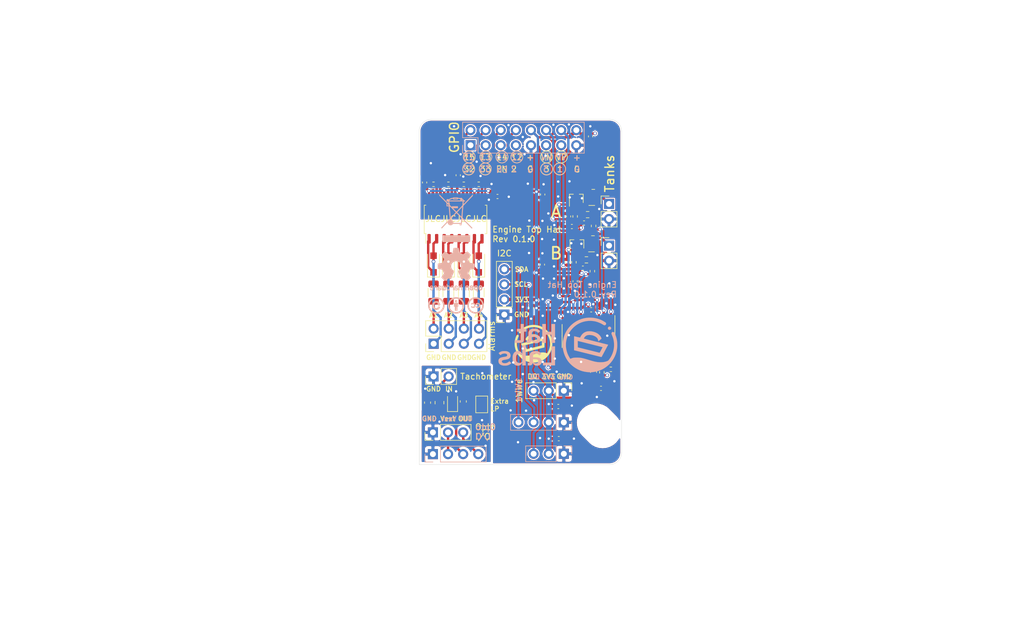
<source format=kicad_pcb>
(kicad_pcb (version 20171130) (host pcbnew "(5.1.9-0-10_14)")
  (title_block (title "Engine Top Hat for SH-ESP32") (date 2021-04-27) (rev 0.1.0) (company "Hat Labs Ltd") (comment 1 https://creativecommons.org/licenses/by-sa/4.0) (comment 2 "To view a copy of this license, visit ") (comment 3 "This design is licensed under CC BY-SA 4.0."))
  (layers (0 F.Cu signal) (31 B.Cu signal) (34 B.Paste user) (35 F.Paste user) (36 B.SilkS user) (37 F.SilkS user) (38 B.Mask user) (39 F.Mask user) (44 Edge.Cuts user))
  (net 0 "")
  (net 1 GND)
  (net 2 +3V3)
  (net 3 "Net-(C401-Pad1)")
  (net 4 "Net-(C402-Pad1)")
  (net 5 "/Tank sender/Vin")
  (net 6 "Net-(C501-Pad1)")
  (net 7 "/Tank sender/VoutB")
  (net 8 "/Tank sender/VoutA")
  (net 9 "Net-(J501-Pad2)")
  (net 10 "Net-(Q401-Pad2)")
  (net 11 "Net-(Q401-Pad1)")
  (net 12 "Net-(Q402-Pad2)")
  (net 13 "Net-(Q402-Pad1)")
  (net 14 ISO_GND)
  (net 15 /ISO_IN)
  (net 16 /IOHeader/ISO_OUT)
  (net 17 /IOHeader/V_ISO)
  (net 18 /IOHeader/DQ)
  (net 19 /IOHeader/SDA)
  (net 20 /IOHeader/SCL)
  (net 21 "Net-(D601-Pad1)")
  (net 22 "/Optocoupler input/IN1")
  (net 23 "Net-(D602-Pad1)")
  (net 24 "/Optocoupler input/IN2")
  (net 25 "Net-(D603-Pad1)")
  (net 26 "/Optocoupler input/IN3")
  (net 27 "Net-(D604-Pad1)")
  (net 28 "/Optocoupler input/IN4")
  (net 29 "/Optocoupler input/GND4")
  (net 30 "/Optocoupler input/GND3")
  (net 31 "/Optocoupler input/GND2")
  (net 32 "/Optocoupler input/GND1")
  (net 33 "/Tank sender/ADC_A")
  (net 34 "/Tank sender/ADC_B")
  (net 35 /AL4)
  (net 36 /AL3)
  (net 37 /AL2)
  (net 38 /AL1)
  (module Connector_PinHeader_2.54mm:PinHeader_1x03_P2.54mm_Vertical (layer F.Cu) (at 128.3 109.6 90)
    (fp_text reference J307 hide)
    (fp_text value Opto_top hide)
    (pad 3 thru_hole oval (at 0 5.08 90) (size 1.7 1.7) (drill 1) (layers *.Cu *.Mask) (net 16 /IOHeader/ISO_OUT))
    (pad 2 thru_hole oval (at 0 2.54 90) (size 1.7 1.7) (drill 1) (layers *.Cu *.Mask) (net 17 /IOHeader/V_ISO))
    (pad 1 thru_hole rect (at 0 0 90) (size 1.7 1.7) (drill 1) (layers *.Cu *.Mask) (net 14 ISO_GND))
  )
  (module Package_SO:SOIC-16_4.55x10.3mm_P1.27mm (layer F.Cu) (at 132.1 73.8 90)
    (fp_text reference U601 hide)
    (fp_text value ELQ3H7 hide)
    (pad 16 smd roundrect (at 3.25 -4.445 90) (size 1.6 0.55) (layers F.Cu F.Paste F.Mask) (net 2 +3V3))
    (pad 15 smd roundrect (at 3.25 -3.175 90) (size 1.6 0.55) (layers F.Cu F.Paste F.Mask) (net 38 /AL1))
    (pad 14 smd roundrect (at 3.25 -1.905 90) (size 1.6 0.55) (layers F.Cu F.Paste F.Mask) (net 2 +3V3))
    (pad 13 smd roundrect (at 3.25 -0.635 90) (size 1.6 0.55) (layers F.Cu F.Paste F.Mask) (net 37 /AL2))
    (pad 12 smd roundrect (at 3.25 0.635 90) (size 1.6 0.55) (layers F.Cu F.Paste F.Mask) (net 2 +3V3))
    (pad 11 smd roundrect (at 3.25 1.905 90) (size 1.6 0.55) (layers F.Cu F.Paste F.Mask) (net 36 /AL3))
    (pad 10 smd roundrect (at 3.25 3.175 90) (size 1.6 0.55) (layers F.Cu F.Paste F.Mask) (net 2 +3V3))
    (pad 9 smd roundrect (at 3.25 4.445 90) (size 1.6 0.55) (layers F.Cu F.Paste F.Mask) (net 35 /AL4))
    (pad 8 smd roundrect (at -3.25 4.445 90) (size 1.6 0.55) (layers F.Cu F.Paste F.Mask) (net 29 "/Optocoupler input/GND4"))
    (pad 7 smd roundrect (at -3.25 3.175 90) (size 1.6 0.55) (layers F.Cu F.Paste F.Mask) (net 27 "Net-(D604-Pad1)"))
    (pad 6 smd roundrect (at -3.25 1.905 90) (size 1.6 0.55) (layers F.Cu F.Paste F.Mask) (net 30 "/Optocoupler input/GND3"))
    (pad 5 smd roundrect (at -3.25 0.635 90) (size 1.6 0.55) (layers F.Cu F.Paste F.Mask) (net 25 "Net-(D603-Pad1)"))
    (pad 4 smd roundrect (at -3.25 -0.635 90) (size 1.6 0.55) (layers F.Cu F.Paste F.Mask) (net 31 "/Optocoupler input/GND2"))
    (pad 3 smd roundrect (at -3.25 -1.905 90) (size 1.6 0.55) (layers F.Cu F.Paste F.Mask) (net 23 "Net-(D602-Pad1)"))
    (pad 2 smd roundrect (at -3.25 -3.175 90) (size 1.6 0.55) (layers F.Cu F.Paste F.Mask) (net 32 "/Optocoupler input/GND1"))
    (pad 1 smd roundrect (at -3.25 -4.445 90) (size 1.6 0.55) (layers F.Cu F.Paste F.Mask) (net 21 "Net-(D601-Pad1)"))
  )
  (module SH-ESP32-tank-hat:HL_pictogram_6.3mm (layer F.Cu) (at 145.2 94.7)
    (fp_text reference G*** hide)
    (fp_text value LOGO hide)
  )
  (module SH-ESP32-tank-hat:Hat_Labs_20mm (layer B.Cu) (at 149.3 94.9 180)
    (fp_text reference G*** hide)
    (fp_text value LOGO hide)
  )
  (module Symbol:WEEE-Logo_5.6x8mm_SilkScreen (layer B.Cu) (at 132.2 73.6 180)
    (fp_text reference REF** hide)
    (fp_text value WEEE-Logo_5.6x8mm_SilkScreen hide)
  )
  (module Connector_PinSocket_2.54mm:PinSocket_2x08_P2.54mm_Vertical (layer B.Cu) (at 134.62 61.34 270)
    (fp_text reference J303 hide)
    (fp_text value "GPIO subset" hide)
    (pad 16 thru_hole oval (at -2.54 -17.78 270) (size 1.7 1.7) (drill 1) (layers *.Cu *.Mask) (net 2 +3V3))
    (pad 15 thru_hole oval (at 0 -17.78 270) (size 1.7 1.7) (drill 1) (layers *.Cu *.Mask) (net 1 GND))
    (pad 14 thru_hole oval (at -2.54 -15.24 270) (size 1.7 1.7) (drill 1) (layers *.Cu *.Mask) (net 34 "/Tank sender/ADC_B"))
    (pad 13 thru_hole oval (at 0 -15.24 270) (size 1.7 1.7) (drill 1) (layers *.Cu *.Mask))
    (pad 12 thru_hole oval (at -2.54 -12.7 270) (size 1.7 1.7) (drill 1) (layers *.Cu *.Mask) (net 33 "/Tank sender/ADC_A"))
    (pad 11 thru_hole oval (at 0 -12.7 270) (size 1.7 1.7) (drill 1) (layers *.Cu *.Mask))
    (pad 10 thru_hole oval (at -2.54 -10.16 270) (size 1.7 1.7) (drill 1) (layers *.Cu *.Mask) (net 2 +3V3))
    (pad 9 thru_hole oval (at 0 -10.16 270) (size 1.7 1.7) (drill 1) (layers *.Cu *.Mask) (net 1 GND))
    (pad 8 thru_hole oval (at -2.54 -7.62 270) (size 1.7 1.7) (drill 1) (layers *.Cu *.Mask) (net 35 /AL4))
    (pad 7 thru_hole oval (at 0 -7.62 270) (size 1.7 1.7) (drill 1) (layers *.Cu *.Mask))
    (pad 6 thru_hole oval (at -2.54 -5.08 270) (size 1.7 1.7) (drill 1) (layers *.Cu *.Mask) (net 36 /AL3))
    (pad 5 thru_hole oval (at 0 -5.08 270) (size 1.7 1.7) (drill 1) (layers *.Cu *.Mask))
    (pad 4 thru_hole oval (at -2.54 -2.54 270) (size 1.7 1.7) (drill 1) (layers *.Cu *.Mask) (net 37 /AL2))
    (pad 3 thru_hole oval (at 0 -2.54 270) (size 1.7 1.7) (drill 1) (layers *.Cu *.Mask))
    (pad 2 thru_hole oval (at -2.54 0 270) (size 1.7 1.7) (drill 1) (layers *.Cu *.Mask) (net 38 /AL1))
    (pad 1 thru_hole rect (at 0 0 270) (size 1.7 1.7) (drill 1) (layers *.Cu *.Mask))
  )
  (module Diode_SMD:D_SOD-123F (layer F.Cu) (at 136 81.3 90)
    (fp_text reference D604 hide)
    (fp_text value SM4007PL hide)
    (pad 2 smd rect (at 1.4 0 90) (size 1.1 1.1) (layers F.Cu F.Paste F.Mask) (net 29 "/Optocoupler input/GND4"))
    (pad 1 smd rect (at -1.4 0 90) (size 1.1 1.1) (layers F.Cu F.Paste F.Mask) (net 27 "Net-(D604-Pad1)"))
  )
  (module Diode_SMD:D_SOD-123F (layer F.Cu) (at 133.5 81.3 90)
    (fp_text reference D603 hide)
    (fp_text value SM4007PL hide)
    (pad 2 smd rect (at 1.4 0 90) (size 1.1 1.1) (layers F.Cu F.Paste F.Mask) (net 30 "/Optocoupler input/GND3"))
    (pad 1 smd rect (at -1.4 0 90) (size 1.1 1.1) (layers F.Cu F.Paste F.Mask) (net 25 "Net-(D603-Pad1)"))
  )
  (module Diode_SMD:D_SOD-123F (layer F.Cu) (at 130.9 81.3 90)
    (fp_text reference D602 hide)
    (fp_text value SM4007PL hide)
    (pad 2 smd rect (at 1.4 0 90) (size 1.1 1.1) (layers F.Cu F.Paste F.Mask) (net 31 "/Optocoupler input/GND2"))
    (pad 1 smd rect (at -1.4 0 90) (size 1.1 1.1) (layers F.Cu F.Paste F.Mask) (net 23 "Net-(D602-Pad1)"))
  )
  (module Diode_SMD:D_SOD-123F (layer F.Cu) (at 128.4 81.3 90)
    (fp_text reference D601 hide)
    (fp_text value SM4007PL hide)
    (pad 2 smd rect (at 1.4 0 90) (size 1.1 1.1) (layers F.Cu F.Paste F.Mask) (net 32 "/Optocoupler input/GND1"))
    (pad 1 smd rect (at -1.4 0 90) (size 1.1 1.1) (layers F.Cu F.Paste F.Mask) (net 21 "Net-(D601-Pad1)"))
  )
  (module Resistor_SMD:R_0402_1005Metric (layer F.Cu) (at 136 67.9 180)
    (fp_text reference R608 hide)
    (fp_text value 2.2k hide)
    (pad 2 smd roundrect (at 0.51 0 180) (size 0.54 0.64) (layers F.Cu F.Paste F.Mask) (net 1 GND))
    (pad 1 smd roundrect (at -0.51 0 180) (size 0.54 0.64) (layers F.Cu F.Paste F.Mask) (net 35 /AL4))
  )
  (module Resistor_SMD:R_0402_1005Metric (layer F.Cu) (at 133.49 67.9 180)
    (fp_text reference R607 hide)
    (fp_text value 2.2k hide)
    (pad 2 smd roundrect (at 0.51 0 180) (size 0.54 0.64) (layers F.Cu F.Paste F.Mask) (net 1 GND))
    (pad 1 smd roundrect (at -0.51 0 180) (size 0.54 0.64) (layers F.Cu F.Paste F.Mask) (net 36 /AL3))
  )
  (module Resistor_SMD:R_0402_1005Metric (layer F.Cu) (at 130.9 67.9 180)
    (fp_text reference R606 hide)
    (fp_text value 2.2k hide)
    (pad 2 smd roundrect (at 0.51 0 180) (size 0.54 0.64) (layers F.Cu F.Paste F.Mask) (net 1 GND))
    (pad 1 smd roundrect (at -0.51 0 180) (size 0.54 0.64) (layers F.Cu F.Paste F.Mask) (net 37 /AL2))
  )
  (module Resistor_SMD:R_0402_1005Metric (layer F.Cu) (at 128.4 67.9 180)
    (fp_text reference R605 hide)
    (fp_text value 2.2k hide)
    (pad 2 smd roundrect (at 0.51 0 180) (size 0.54 0.64) (layers F.Cu F.Paste F.Mask) (net 1 GND))
    (pad 1 smd roundrect (at -0.51 0 180) (size 0.54 0.64) (layers F.Cu F.Paste F.Mask) (net 38 /AL1))
  )
  (module Connector_PinHeader_2.54mm:PinHeader_2x04_P2.54mm_Vertical (layer F.Cu) (at 128.42 94.7 90)
    (fp_text reference J601 hide)
    (fp_text value "Alarm input" hide)
    (pad 8 thru_hole oval (at 2.54 7.62 90) (size 1.7 1.7) (drill 1) (layers *.Cu *.Mask) (net 28 "/Optocoupler input/IN4"))
    (pad 7 thru_hole oval (at 0 7.62 90) (size 1.7 1.7) (drill 1) (layers *.Cu *.Mask) (net 29 "/Optocoupler input/GND4"))
    (pad 6 thru_hole oval (at 2.54 5.08 90) (size 1.7 1.7) (drill 1) (layers *.Cu *.Mask) (net 26 "/Optocoupler input/IN3"))
    (pad 5 thru_hole oval (at 0 5.08 90) (size 1.7 1.7) (drill 1) (layers *.Cu *.Mask) (net 30 "/Optocoupler input/GND3"))
    (pad 4 thru_hole oval (at 2.54 2.54 90) (size 1.7 1.7) (drill 1) (layers *.Cu *.Mask) (net 24 "/Optocoupler input/IN2"))
    (pad 3 thru_hole oval (at 0 2.54 90) (size 1.7 1.7) (drill 1) (layers *.Cu *.Mask) (net 31 "/Optocoupler input/GND2"))
    (pad 2 thru_hole oval (at 2.54 0 90) (size 1.7 1.7) (drill 1) (layers *.Cu *.Mask) (net 22 "/Optocoupler input/IN1"))
    (pad 1 thru_hole rect (at 0 0 90) (size 1.7 1.7) (drill 1) (layers *.Cu *.Mask) (net 32 "/Optocoupler input/GND1"))
  )
  (module Resistor_SMD:R_1206_3216Metric (layer F.Cu) (at 136 86.1 90)
    (fp_text reference R604 hide)
    (fp_text value 3.3k hide)
    (pad 2 smd roundrect (at 1.4625 0 90) (size 1.125 1.75) (layers F.Cu F.Paste F.Mask) (roundrect_rratio 0.222222) (net 27 "Net-(D604-Pad1)"))
    (pad 1 smd roundrect (at -1.4625 0 90) (size 1.125 1.75) (layers F.Cu F.Paste F.Mask) (roundrect_rratio 0.222222) (net 28 "/Optocoupler input/IN4"))
  )
  (module Resistor_SMD:R_1206_3216Metric (layer F.Cu) (at 133.5 86.1 90)
    (fp_text reference R603 hide)
    (fp_text value 3.3k hide)
    (pad 2 smd roundrect (at 1.4625 0 90) (size 1.125 1.75) (layers F.Cu F.Paste F.Mask) (roundrect_rratio 0.222222) (net 25 "Net-(D603-Pad1)"))
    (pad 1 smd roundrect (at -1.4625 0 90) (size 1.125 1.75) (layers F.Cu F.Paste F.Mask) (roundrect_rratio 0.222222) (net 26 "/Optocoupler input/IN3"))
  )
  (module Resistor_SMD:R_1206_3216Metric (layer F.Cu) (at 130.9 86.1 90)
    (fp_text reference R602 hide)
    (fp_text value 3.3k hide)
    (pad 2 smd roundrect (at 1.4625 0 90) (size 1.125 1.75) (layers F.Cu F.Paste F.Mask) (roundrect_rratio 0.222222) (net 23 "Net-(D602-Pad1)"))
    (pad 1 smd roundrect (at -1.4625 0 90) (size 1.125 1.75) (layers F.Cu F.Paste F.Mask) (roundrect_rratio 0.222222) (net 24 "/Optocoupler input/IN2"))
  )
  (module Resistor_SMD:R_1206_3216Metric (layer F.Cu) (at 128.4 86.1 90)
    (fp_text reference R601 hide)
    (fp_text value 3.3k hide)
    (pad 2 smd roundrect (at 1.4625 0 90) (size 1.125 1.75) (layers F.Cu F.Paste F.Mask) (roundrect_rratio 0.222222) (net 21 "Net-(D601-Pad1)"))
    (pad 1 smd roundrect (at -1.4625 0 90) (size 1.125 1.75) (layers F.Cu F.Paste F.Mask) (roundrect_rratio 0.222222) (net 22 "/Optocoupler input/IN1"))
  )
  (module Connector_PinHeader_2.54mm:PinHeader_1x02_P2.54mm_Vertical (layer F.Cu) (at 128.4 100.2 90)
    (fp_text reference J501 hide)
    (fp_text value Conn_01x02 hide)
    (pad 2 thru_hole oval (at 0 2.54 90) (size 1.7 1.7) (drill 1) (layers *.Cu *.Mask) (net 9 "Net-(J501-Pad2)"))
    (pad 1 thru_hole rect (at 0 0 90) (size 1.7 1.7) (drill 1) (layers *.Cu *.Mask) (net 14 ISO_GND))
  )
  (module Connector_PinHeader_2.54mm:PinHeader_1x02_P2.54mm_Vertical (layer F.Cu) (at 157.9 78.2)
    (fp_text reference J402 hide)
    (fp_text value Conn_01x02 hide)
    (pad 2 thru_hole oval (at 0 2.54) (size 1.7 1.7) (drill 1) (layers *.Cu *.Mask) (net 1 GND))
    (pad 1 thru_hole rect (at 0 0) (size 1.7 1.7) (drill 1) (layers *.Cu *.Mask) (net 7 "/Tank sender/VoutB"))
  )
  (module Connector_PinHeader_2.54mm:PinHeader_1x02_P2.54mm_Vertical (layer F.Cu) (at 157.9 71.2)
    (fp_text reference J401 hide)
    (fp_text value Conn_01x02 hide)
    (pad 2 thru_hole oval (at 0 2.54) (size 1.7 1.7) (drill 1) (layers *.Cu *.Mask) (net 1 GND))
    (pad 1 thru_hole rect (at 0 0) (size 1.7 1.7) (drill 1) (layers *.Cu *.Mask) (net 8 "/Tank sender/VoutA"))
  )
  (module Package_TO_SOT_SMD:SOT-323_SC-70 (layer F.Cu) (at 152.5 77.95 90)
    (fp_text reference Q402 hide)
    (fp_text value S9015 hide)
    (pad 3 smd rect (at 1 0) (size 0.45 0.7) (layers F.Cu F.Paste F.Mask) (net 7 "/Tank sender/VoutB"))
    (pad 2 smd rect (at -1 0.65) (size 0.45 0.7) (layers F.Cu F.Paste F.Mask) (net 12 "Net-(Q402-Pad2)"))
    (pad 1 smd rect (at -1 -0.65) (size 0.45 0.7) (layers F.Cu F.Paste F.Mask) (net 13 "Net-(Q402-Pad1)"))
  )
  (module Package_TO_SOT_SMD:SOT-323_SC-70 (layer F.Cu) (at 152.4 70.3 90)
    (fp_text reference Q401 hide)
    (fp_text value S9015 hide)
    (pad 3 smd rect (at 1 0) (size 0.45 0.7) (layers F.Cu F.Paste F.Mask) (net 8 "/Tank sender/VoutA"))
    (pad 2 smd rect (at -1 0.65) (size 0.45 0.7) (layers F.Cu F.Paste F.Mask) (net 10 "Net-(Q401-Pad2)"))
    (pad 1 smd rect (at -1 -0.65) (size 0.45 0.7) (layers F.Cu F.Paste F.Mask) (net 11 "Net-(Q401-Pad1)"))
  )
  (module Package_DFN_QFN:Diodes_UDFN-10_1.0x2.5mm_P0.5mm (layer F.Cu) (at 154.95 77.9)
    (fp_text reference U403 hide)
    (fp_text value RCLAMP0524P-N hide)
    (pad 2 smd rect (at -0.3875 -0.5 270) (size 0.25 0.625) (layers F.Cu F.Paste F.Mask))
    (pad 3 smd rect (at -0.35 0 270) (size 0.45 0.7) (layers F.Cu F.Paste F.Mask) (net 1 GND))
    (pad 1 smd rect (at -0.3875 -1 270) (size 0.25 0.625) (layers F.Cu F.Paste F.Mask) (net 7 "/Tank sender/VoutB"))
    (pad 4 smd rect (at -0.3875 0.5 270) (size 0.25 0.625) (layers F.Cu F.Paste F.Mask))
    (pad 10 smd rect (at 0.3875 -1 270) (size 0.25 0.625) (layers F.Cu F.Paste F.Mask) (net 7 "/Tank sender/VoutB"))
    (pad 9 smd rect (at 0.3875 -0.5 270) (size 0.25 0.625) (layers F.Cu F.Paste F.Mask))
    (pad 5 smd rect (at -0.3875 1 270) (size 0.25 0.625) (layers F.Cu F.Paste F.Mask))
    (pad 8 smd rect (at 0.4125 0 270) (size 0.45 0.575) (layers F.Cu F.Paste F.Mask) (net 1 GND))
    (pad 6 smd rect (at 0.3875 1 270) (size 0.25 0.625) (layers F.Cu F.Paste F.Mask))
    (pad 7 smd rect (at 0.3875 0.5 270) (size 0.25 0.625) (layers F.Cu F.Paste F.Mask))
  )
  (module Package_DFN_QFN:Diodes_UDFN-10_1.0x2.5mm_P0.5mm (layer F.Cu) (at 155 70.1)
    (fp_text reference U402 hide)
    (fp_text value RCLAMP0524P-N hide)
    (pad 2 smd rect (at -0.3875 -0.5 270) (size 0.25 0.625) (layers F.Cu F.Paste F.Mask))
    (pad 3 smd rect (at -0.35 0 270) (size 0.45 0.7) (layers F.Cu F.Paste F.Mask) (net 1 GND))
    (pad 1 smd rect (at -0.3875 -1 270) (size 0.25 0.625) (layers F.Cu F.Paste F.Mask) (net 8 "/Tank sender/VoutA"))
    (pad 4 smd rect (at -0.3875 0.5 270) (size 0.25 0.625) (layers F.Cu F.Paste F.Mask))
    (pad 10 smd rect (at 0.3875 -1 270) (size 0.25 0.625) (layers F.Cu F.Paste F.Mask) (net 8 "/Tank sender/VoutA"))
    (pad 9 smd rect (at 0.3875 -0.5 270) (size 0.25 0.625) (layers F.Cu F.Paste F.Mask))
    (pad 5 smd rect (at -0.3875 1 270) (size 0.25 0.625) (layers F.Cu F.Paste F.Mask))
    (pad 8 smd rect (at 0.4125 0 270) (size 0.45 0.575) (layers F.Cu F.Paste F.Mask) (net 1 GND))
    (pad 6 smd rect (at 0.3875 1 270) (size 0.25 0.625) (layers F.Cu F.Paste F.Mask))
    (pad 7 smd rect (at 0.3875 0.5 270) (size 0.25 0.625) (layers F.Cu F.Paste F.Mask))
  )
  (module Resistor_SMD:R_0402_1005Metric (layer F.Cu) (at 152 81 90)
    (fp_text reference R408 hide)
    (fp_text value 1.5k hide)
    (pad 2 smd roundrect (at 0.51 0 90) (size 0.54 0.64) (layers F.Cu F.Paste F.Mask) (net 7 "/Tank sender/VoutB"))
    (pad 1 smd roundrect (at -0.51 0 90) (size 0.54 0.64) (layers F.Cu F.Paste F.Mask) (net 34 "/Tank sender/ADC_B"))
  )
  (module Resistor_SMD:R_0402_1005Metric (layer F.Cu) (at 152.2 73.3 90)
    (fp_text reference R407 hide)
    (fp_text value 1.5k hide)
    (pad 2 smd roundrect (at 0.51 0 90) (size 0.54 0.64) (layers F.Cu F.Paste F.Mask) (net 8 "/Tank sender/VoutA"))
    (pad 1 smd roundrect (at -0.51 0 90) (size 0.54 0.64) (layers F.Cu F.Paste F.Mask) (net 33 "/Tank sender/ADC_A"))
  )
  (module Resistor_SMD:R_0402_1005Metric (layer F.Cu) (at 158.2 99)
    (fp_text reference R406 hide)
    (fp_text value 10k hide)
    (pad 2 smd roundrect (at 0.51 0) (size 0.54 0.64) (layers F.Cu F.Paste F.Mask) (net 1 GND))
    (pad 1 smd roundrect (at -0.51 0) (size 0.54 0.64) (layers F.Cu F.Paste F.Mask) (net 5 "/Tank sender/Vin"))
  )
  (module Resistor_SMD:R_0402_1005Metric (layer F.Cu) (at 156.7 99.5 90)
    (fp_text reference R405 hide)
    (fp_text value 1k hide)
    (pad 2 smd roundrect (at 0.51 0 90) (size 0.54 0.64) (layers F.Cu F.Paste F.Mask) (net 5 "/Tank sender/Vin"))
    (pad 1 smd roundrect (at -0.51 0 90) (size 0.54 0.64) (layers F.Cu F.Paste F.Mask) (net 2 +3V3))
  )
  (module Resistor_SMD:R_0603_1608Metric (layer F.Cu) (at 154.1 80.6)
    (fp_text reference R404 hide)
    (fp_text value 30 hide)
    (pad 2 smd roundrect (at 0.825 0) (size 0.8 0.95) (layers F.Cu F.Paste F.Mask) (net 12 "Net-(Q402-Pad2)"))
    (pad 1 smd roundrect (at -0.825 0) (size 0.8 0.95) (layers F.Cu F.Paste F.Mask) (net 2 +3V3))
  )
  (module Resistor_SMD:R_0603_1608Metric (layer F.Cu) (at 154.3 73)
    (fp_text reference R403 hide)
    (fp_text value 30 hide)
    (pad 2 smd roundrect (at 0.825 0) (size 0.8 0.95) (layers F.Cu F.Paste F.Mask) (net 10 "Net-(Q401-Pad2)"))
    (pad 1 smd roundrect (at -0.825 0) (size 0.8 0.95) (layers F.Cu F.Paste F.Mask) (net 2 +3V3))
  )
  (module Resistor_SMD:R_0402_1005Metric (layer F.Cu) (at 155.1 82.5 270)
    (fp_text reference R402 hide)
    (fp_text value 1k hide)
    (pad 2 smd roundrect (at 0.51 0 270) (size 0.54 0.64) (layers F.Cu F.Paste F.Mask) (net 4 "Net-(C402-Pad1)"))
    (pad 1 smd roundrect (at -0.51 0 270) (size 0.54 0.64) (layers F.Cu F.Paste F.Mask) (net 12 "Net-(Q402-Pad2)"))
  )
  (module Resistor_SMD:R_0402_1005Metric (layer F.Cu) (at 155.3 74.9 270)
    (fp_text reference R401 hide)
    (fp_text value 1k hide)
    (pad 2 smd roundrect (at 0.51 0 270) (size 0.54 0.64) (layers F.Cu F.Paste F.Mask) (net 3 "Net-(C401-Pad1)"))
    (pad 1 smd roundrect (at -0.51 0 270) (size 0.54 0.64) (layers F.Cu F.Paste F.Mask) (net 10 "Net-(Q401-Pad2)"))
  )
  (module Connector_PinHeader_2.54mm:PinHeader_1x03_P2.54mm_Vertical (layer F.Cu) (at 150.3 102.6 270)
    (fp_text reference J305 hide)
    (fp_text value 1-Wire_top hide)
    (pad 3 thru_hole oval (at 0 5.08 270) (size 1.7 1.7) (drill 1) (layers *.Cu *.Mask) (net 18 /IOHeader/DQ))
    (pad 2 thru_hole oval (at 0 2.54 270) (size 1.7 1.7) (drill 1) (layers *.Cu *.Mask) (net 2 +3V3))
    (pad 1 thru_hole rect (at 0 0 270) (size 1.7 1.7) (drill 1) (layers *.Cu *.Mask) (net 1 GND))
  )
  (module Connector_PinSocket_2.54mm:PinSocket_1x04_P2.54mm_Vertical (layer F.Cu) (at 140.3 89.8 180)
    (fp_text reference J301 hide)
    (fp_text value I2C_top hide)
    (pad 4 thru_hole oval (at 0 7.62 180) (size 1.7 1.7) (drill 1) (layers *.Cu *.Mask) (net 19 /IOHeader/SDA))
    (pad 3 thru_hole oval (at 0 5.08 180) (size 1.7 1.7) (drill 1) (layers *.Cu *.Mask) (net 20 /IOHeader/SCL))
    (pad 2 thru_hole oval (at 0 2.54 180) (size 1.7 1.7) (drill 1) (layers *.Cu *.Mask) (net 2 +3V3))
    (pad 1 thru_hole rect (at 0 0 180) (size 1.7 1.7) (drill 1) (layers *.Cu *.Mask) (net 1 GND))
  )
  (module Capacitor_SMD:C_0402_1005Metric (layer F.Cu) (at 150.9 81 90)
    (fp_text reference C406 hide)
    (fp_text value 1uF hide)
    (pad 2 smd roundrect (at 0.48 0 90) (size 0.56 0.62) (layers F.Cu F.Paste F.Mask) (net 1 GND))
    (pad 1 smd roundrect (at -0.48 0 90) (size 0.56 0.62) (layers F.Cu F.Paste F.Mask) (net 34 "/Tank sender/ADC_B"))
  )
  (module Capacitor_SMD:C_0402_1005Metric (layer F.Cu) (at 151.1 73.3 90)
    (fp_text reference C405 hide)
    (fp_text value 1uF hide)
    (pad 2 smd roundrect (at 0.48 0 90) (size 0.56 0.62) (layers F.Cu F.Paste F.Mask) (net 1 GND))
    (pad 1 smd roundrect (at -0.48 0 90) (size 0.56 0.62) (layers F.Cu F.Paste F.Mask) (net 33 "/Tank sender/ADC_A"))
  )
  (module Capacitor_SMD:C_0603_1608Metric (layer F.Cu) (at 155.3 99.4 270)
    (fp_text reference C404 hide)
    (fp_text value 68nF hide)
    (pad 2 smd roundrect (at 0.775 0 270) (size 0.9 0.95) (layers F.Cu F.Paste F.Mask) (net 1 GND))
    (pad 1 smd roundrect (at -0.775 0 270) (size 0.9 0.95) (layers F.Cu F.Paste F.Mask) (net 5 "/Tank sender/Vin"))
  )
  (module Capacitor_SMD:C_0402_1005Metric (layer F.Cu) (at 154.9 89)
    (fp_text reference C403 hide)
    (fp_text value 100nF hide)
    (pad 2 smd roundrect (at 0.48 0) (size 0.56 0.62) (layers F.Cu F.Paste F.Mask) (net 1 GND))
    (pad 1 smd roundrect (at -0.48 0) (size 0.56 0.62) (layers F.Cu F.Paste F.Mask) (net 2 +3V3))
  )
  (module Capacitor_SMD:C_0402_1005Metric (layer F.Cu) (at 153.5 82 180)
    (fp_text reference C402 hide)
    (fp_text value 100nF hide)
    (pad 2 smd roundrect (at 0.48 0 180) (size 0.56 0.62) (layers F.Cu F.Paste F.Mask) (net 2 +3V3))
    (pad 1 smd roundrect (at -0.48 0 180) (size 0.56 0.62) (layers F.Cu F.Paste F.Mask) (net 4 "Net-(C402-Pad1)"))
  )
  (module Capacitor_SMD:C_0402_1005Metric (layer F.Cu) (at 153.7 74.4 180)
    (fp_text reference C401 hide)
    (fp_text value 100nF hide)
    (pad 2 smd roundrect (at 0.48 0 180) (size 0.56 0.62) (layers F.Cu F.Paste F.Mask) (net 2 +3V3))
    (pad 1 smd roundrect (at -0.48 0 180) (size 0.56 0.62) (layers F.Cu F.Paste F.Mask) (net 3 "Net-(C401-Pad1)"))
  )
  (module Capacitor_SMD:C_0402_1005Metric (layer F.Cu) (at 126.9 67.6 270)
    (fp_text reference C212 hide)
    (fp_text value 100nF hide)
    (pad 2 smd roundrect (at 0.48 0 270) (size 0.56 0.62) (layers F.Cu F.Paste F.Mask) (net 2 +3V3))
    (pad 1 smd roundrect (at -0.48 0 270) (size 0.56 0.62) (layers F.Cu F.Paste F.Mask) (net 1 GND))
  )
  (module Capacitor_SMD:C_0402_1005Metric (layer F.Cu) (at 132.55 66.38 270)
    (fp_text reference C211 hide)
    (fp_text value 100nF hide)
    (pad 2 smd roundrect (at 0.48 0 270) (size 0.56 0.62) (layers F.Cu F.Paste F.Mask) (net 2 +3V3))
    (pad 1 smd roundrect (at -0.48 0 270) (size 0.56 0.62) (layers F.Cu F.Paste F.Mask) (net 1 GND))
  )
  (module Capacitor_SMD:C_0402_1005Metric (layer F.Cu) (at 139.15 69.95 180)
    (fp_text reference C210 hide)
    (fp_text value 100nF hide)
    (pad 2 smd roundrect (at 0.48 0 180) (size 0.56 0.62) (layers F.Cu F.Paste F.Mask) (net 2 +3V3))
    (pad 1 smd roundrect (at -0.48 0 180) (size 0.56 0.62) (layers F.Cu F.Paste F.Mask) (net 1 GND))
  )
  (module Capacitor_SMD:C_0402_1005Metric (layer F.Cu) (at 146.75 69.62 90)
    (fp_text reference C208 hide)
    (fp_text value 100nF hide)
    (pad 2 smd roundrect (at 0.48 0 90) (size 0.56 0.62) (layers F.Cu F.Paste F.Mask) (net 2 +3V3))
    (pad 1 smd roundrect (at -0.48 0 90) (size 0.56 0.62) (layers F.Cu F.Paste F.Mask) (net 1 GND))
  )
  (module Capacitor_SMD:C_0402_1005Metric (layer F.Cu) (at 154.8 59.85 90)
    (fp_text reference C206 hide)
    (fp_text value 100nF hide)
    (pad 2 smd roundrect (at 0.48 0 90) (size 0.56 0.62) (layers F.Cu F.Paste F.Mask) (net 2 +3V3))
    (pad 1 smd roundrect (at -0.48 0 90) (size 0.56 0.62) (layers F.Cu F.Paste F.Mask) (net 1 GND))
  )
  (module Capacitor_SMD:C_0402_1005Metric (layer F.Cu) (at 156.55 102.2 180)
    (fp_text reference C205 hide)
    (fp_text value 100nF hide)
    (pad 2 smd roundrect (at 0.48 0 180) (size 0.56 0.62) (layers F.Cu F.Paste F.Mask) (net 2 +3V3))
    (pad 1 smd roundrect (at -0.48 0 180) (size 0.56 0.62) (layers F.Cu F.Paste F.Mask) (net 1 GND))
  )
  (module Capacitor_SMD:C_0402_1005Metric (layer F.Cu) (at 144.85 88.7 90)
    (fp_text reference C204 hide)
    (fp_text value 100nF hide)
    (pad 2 smd roundrect (at 0.48 0 90) (size 0.56 0.62) (layers F.Cu F.Paste F.Mask) (net 2 +3V3))
    (pad 1 smd roundrect (at -0.48 0 90) (size 0.56 0.62) (layers F.Cu F.Paste F.Mask) (net 1 GND))
  )
  (module Capacitor_SMD:C_0402_1005Metric (layer F.Cu) (at 146.7 81.4 270)
    (fp_text reference C203 hide)
    (fp_text value 100nF hide)
    (pad 2 smd roundrect (at 0.48 0 270) (size 0.56 0.62) (layers F.Cu F.Paste F.Mask) (net 2 +3V3))
    (pad 1 smd roundrect (at -0.48 0 270) (size 0.56 0.62) (layers F.Cu F.Paste F.Mask) (net 1 GND))
  )
  (module Capacitor_SMD:C_0402_1005Metric (layer F.Cu) (at 149.45 110.65 180)
    (fp_text reference C202 hide)
    (fp_text value 100nF hide)
    (pad 2 smd roundrect (at 0.48 0 180) (size 0.56 0.62) (layers F.Cu F.Paste F.Mask) (net 2 +3V3))
    (pad 1 smd roundrect (at -0.48 0 180) (size 0.56 0.62) (layers F.Cu F.Paste F.Mask) (net 1 GND))
  )
  (module Capacitor_SMD:C_0402_1005Metric (layer F.Cu) (at 151.65 75)
    (fp_text reference C201 hide)
    (fp_text value 100nF hide)
    (pad 2 smd roundrect (at 0.48 0) (size 0.56 0.62) (layers F.Cu F.Paste F.Mask) (net 2 +3V3))
    (pad 1 smd roundrect (at -0.48 0) (size 0.56 0.62) (layers F.Cu F.Paste F.Mask) (net 1 GND))
  )
  (module Connector_PinSocket_2.54mm:PinSocket_1x03_P2.54mm_Vertical (layer B.Cu) (at 150.3 113.2 90)
    (fp_text reference J306 hide)
    (fp_text value 1-Wire_bottom hide)
    (pad 3 thru_hole oval (at 0 -5.08 90) (size 1.7 1.7) (drill 1) (layers *.Cu *.Mask) (net 18 /IOHeader/DQ))
    (pad 2 thru_hole oval (at 0 -2.54 90) (size 1.7 1.7) (drill 1) (layers *.Cu *.Mask) (net 2 +3V3))
    (pad 1 thru_hole rect (at 0 0 90) (size 1.7 1.7) (drill 1) (layers *.Cu *.Mask) (net 1 GND))
  )
  (module Connector_PinSocket_2.54mm:PinSocket_1x04_P2.54mm_Vertical (layer B.Cu) (at 128.3 113.25 270)
    (fp_text reference J304 hide)
    (fp_text value Opto_bottom hide)
    (pad 4 thru_hole oval (at 0 -7.62 270) (size 1.7 1.7) (drill 1) (layers *.Cu *.Mask) (net 16 /IOHeader/ISO_OUT))
    (pad 3 thru_hole oval (at 0 -5.08 270) (size 1.7 1.7) (drill 1) (layers *.Cu *.Mask) (net 15 /ISO_IN))
    (pad 2 thru_hole oval (at 0 -2.54 270) (size 1.7 1.7) (drill 1) (layers *.Cu *.Mask) (net 17 /IOHeader/V_ISO))
    (pad 1 thru_hole rect (at 0 0 270) (size 1.7 1.7) (drill 1) (layers *.Cu *.Mask) (net 14 ISO_GND))
  )
  (module Package_SO:SOIC-14_3.9x8.7mm_P1.27mm (layer F.Cu) (at 154.45 93.4 270)
    (fp_text reference U401 hide)
    (fp_text value LMV324 hide)
    (pad 14 smd roundrect (at 2.475 -3.81 270) (size 1.95 0.6) (layers F.Cu F.Paste F.Mask))
    (pad 13 smd roundrect (at 2.475 -2.54 270) (size 1.95 0.6) (layers F.Cu F.Paste F.Mask) (net 1 GND))
    (pad 12 smd roundrect (at 2.475 -1.27 270) (size 1.95 0.6) (layers F.Cu F.Paste F.Mask) (net 1 GND))
    (pad 11 smd roundrect (at 2.475 0 270) (size 1.95 0.6) (layers F.Cu F.Paste F.Mask) (net 1 GND))
    (pad 10 smd roundrect (at 2.475 1.27 270) (size 1.95 0.6) (layers F.Cu F.Paste F.Mask) (net 1 GND))
    (pad 9 smd roundrect (at 2.475 2.54 270) (size 1.95 0.6) (layers F.Cu F.Paste F.Mask) (net 1 GND))
    (pad 8 smd roundrect (at 2.475 3.81 270) (size 1.95 0.6) (layers F.Cu F.Paste F.Mask))
    (pad 7 smd roundrect (at -2.475 3.81 270) (size 1.95 0.6) (layers F.Cu F.Paste F.Mask) (net 13 "Net-(Q402-Pad1)"))
    (pad 6 smd roundrect (at -2.475 2.54 270) (size 1.95 0.6) (layers F.Cu F.Paste F.Mask) (net 5 "/Tank sender/Vin"))
    (pad 5 smd roundrect (at -2.475 1.27 270) (size 1.95 0.6) (layers F.Cu F.Paste F.Mask) (net 4 "Net-(C402-Pad1)"))
    (pad 4 smd roundrect (at -2.475 0 270) (size 1.95 0.6) (layers F.Cu F.Paste F.Mask) (net 2 +3V3))
    (pad 3 smd roundrect (at -2.475 -1.27 270) (size 1.95 0.6) (layers F.Cu F.Paste F.Mask) (net 5 "/Tank sender/Vin"))
    (pad 2 smd roundrect (at -2.475 -2.54 270) (size 1.95 0.6) (layers F.Cu F.Paste F.Mask) (net 3 "Net-(C401-Pad1)"))
    (pad 1 smd roundrect (at -2.475 -3.81 270) (size 1.95 0.6) (layers F.Cu F.Paste F.Mask) (net 11 "Net-(Q401-Pad1)"))
  )
  (module Resistor_SMD:R_0805_2012Metric (layer F.Cu) (at 129.4 104.6 90)
    (fp_text reference R501 hide)
    (fp_text value 3.3k hide)
    (pad 2 smd roundrect (at 0.9125 0 90) (size 1.025 1.4) (layers F.Cu F.Paste F.Mask) (roundrect_rratio 0.243902) (net 9 "Net-(J501-Pad2)"))
    (pad 1 smd roundrect (at -0.9125 0 90) (size 1.025 1.4) (layers F.Cu F.Paste F.Mask) (roundrect_rratio 0.243902) (net 15 /ISO_IN))
  )
  (module Jumper:SolderJumper-2_P1.3mm_Open_Pad1.0x1.5mm (layer F.Cu) (at 136.5 104.9 270)
    (fp_text reference JP501 hide)
    (fp_text value SolderJumper_2_Open hide)
    (pad 1 smd rect (at -0.65 0 270) (size 1 1.5) (layers F.Cu F.Mask) (net 6 "Net-(C501-Pad1)"))
    (pad 2 smd rect (at 0.65 0 270) (size 1 1.5) (layers F.Cu F.Mask) (net 15 /ISO_IN))
  )
  (module Diode_SMD:D_SOD-323 (layer F.Cu) (at 131.6 104.6 90)
    (fp_text reference D501 hide)
    (fp_text value BZT52C16S hide)
    (pad 2 smd rect (at 1.05 0 90) (size 0.6 0.45) (layers F.Cu F.Paste F.Mask) (net 14 ISO_GND))
    (pad 1 smd rect (at -1.05 0 90) (size 0.6 0.45) (layers F.Cu F.Paste F.Mask) (net 15 /ISO_IN))
  )
  (module Capacitor_SMD:C_0603_1608Metric (layer F.Cu) (at 127.4 104.6 90)
    (fp_text reference C502 hide)
    (fp_text value 4.7nF hide)
    (pad 2 smd roundrect (at 0.775 0 90) (size 0.9 0.95) (layers F.Cu F.Paste F.Mask) (net 14 ISO_GND))
    (pad 1 smd roundrect (at -0.775 0 90) (size 0.9 0.95) (layers F.Cu F.Paste F.Mask) (net 15 /ISO_IN))
  )
  (module Capacitor_SMD:C_0603_1608Metric (layer F.Cu) (at 133.4 104.4 90)
    (fp_text reference C501 hide)
    (fp_text value 47nF hide)
    (pad 2 smd roundrect (at 0.775 0 90) (size 0.9 0.95) (layers F.Cu F.Paste F.Mask) (net 14 ISO_GND))
    (pad 1 smd roundrect (at -0.775 0 90) (size 0.9 0.95) (layers F.Cu F.Paste F.Mask) (net 6 "Net-(C501-Pad1)"))
  )
  (module Connector_PinHeader_2.54mm:PinHeader_1x04_P2.54mm_Vertical (layer B.Cu) (at 150.3 107.91 90)
    (fp_text reference J302 hide)
    (fp_text value I2C_bottom hide)
    (pad 4 thru_hole oval (at 0 -7.62 90) (size 1.7 1.7) (drill 1) (layers *.Cu *.Mask) (net 19 /IOHeader/SDA))
    (pad 3 thru_hole oval (at 0 -5.08 90) (size 1.7 1.7) (drill 1) (layers *.Cu *.Mask) (net 20 /IOHeader/SCL))
    (pad 2 thru_hole oval (at 0 -2.54 90) (size 1.7 1.7) (drill 1) (layers *.Cu *.Mask) (net 2 +3V3))
    (pad 1 thru_hole rect (at 0 0 90) (size 1.7 1.7) (drill 1) (layers *.Cu *.Mask) (net 1 GND))
  )
  (module Capacitor_SMD:C_0402_1005Metric (layer F.Cu) (at 149.37 105.25 180)
    (fp_text reference C209 hide)
    (fp_text value 100nF hide)
    (pad 2 smd roundrect (at 0.48 0 180) (size 0.56 0.62) (layers F.Cu F.Paste F.Mask) (net 2 +3V3))
    (pad 1 smd roundrect (at -0.48 0 180) (size 0.56 0.62) (layers F.Cu F.Paste F.Mask) (net 1 GND))
  )
  (module Capacitor_SMD:C_0402_1005Metric (layer F.Cu) (at 152.2 84.2 90)
    (fp_text reference C207 hide)
    (fp_text value 100nF hide)
    (pad 2 smd roundrect (at 0.48 0 90) (size 0.56 0.62) (layers F.Cu F.Paste F.Mask) (net 2 +3V3))
    (pad 1 smd roundrect (at -0.48 0 90) (size 0.56 0.62) (layers F.Cu F.Paste F.Mask) (net 1 GND))
  )
  (module SH-ESP32:MountingSlot_3.2mm_M3_Unplated (layer F.Cu) (at 156.25 108.5 135)
    (fp_text reference H202 hide)
    (fp_text value MountingHole hide)
    (pad "" np_thru_hole oval (at 0 0 135) (size 4.8 3.2) (drill oval 4.8 3.2) (layers *.Cu *.Mask) (clearance 1.6))
  )
  (module Symbol:OSHW-Logo2_9.8x8mm_SilkScreen (layer B.Cu) (at 132.2 82.3 180)
    (fp_text reference REF** hide)
    (fp_text value OSHW-Logo2_9.8x8mm_SilkScreen hide)
  )
  (module SH-ESP32:cc-by-sa-10mm (layer B.Cu) (at 132.2 88.3 180)
    (fp_text reference G*** hide)
    (fp_text value LOGO hide)
  )
  (gr_text JLCJLCJLCJLC (at 132.2 73.7) (layer F.SilkS) (effects (font (size 1 1) (thickness 0.16))))
  (gr_text "Engine Top Hat\nRev 0.1.0" (at 138.2 76.3) (layer F.SilkS) (effects (font (size 1 1) (thickness 0.16)) (justify left)))
  (gr_text "Engine Top Hat\nRev 0.1.0" (at 159.3 85.6) (layer B.SilkS) (effects (font (size 1 1) (thickness 0.16)) (justify left mirror)))
  (gr_arc (start 158 113) (end 158 115) (angle -90) (layer Edge.Cuts) (width 0.05))
  (gr_arc (start 158 59) (end 160 59) (angle -90) (layer Edge.Cuts) (width 0.05))
  (gr_arc (start 128 59) (end 128 57) (angle -90) (layer Edge.Cuts) (width 0.05))
  (gr_circle (center 134.4 63.3) (end 135.4 63.3) (layer B.SilkS) (width 0.12))
  (gr_circle (center 137.2 63.3) (end 138.2 63.3) (layer B.SilkS) (width 0.12))
  (gr_circle (center 139.9 63.3) (end 140.9 63.3) (layer B.SilkS) (width 0.12))
  (gr_circle (center 142.4 63.3) (end 143.4 63.3) (layer B.SilkS) (width 0.12))
  (gr_circle (center 134.4 63.3) (end 135.4 63.3) (layer F.SilkS) (width 0.12))
  (gr_circle (center 137.2 63.3) (end 138.2 63.3) (layer F.SilkS) (width 0.12))
  (gr_circle (center 139.9 63.3) (end 140.9 63.3) (layer F.SilkS) (width 0.12))
  (gr_circle (center 142.4 63.3) (end 143.4 63.3) (layer F.SilkS) (width 0.12))
  (gr_circle (center 149.9 63.3) (end 150.9 63.3) (layer F.SilkS) (width 0.12))
  (gr_circle (center 147.4 63.3) (end 148.4 63.3) (layer F.SilkS) (width 0.12))
  (gr_circle (center 134.3 65.3) (end 135.3 65.3) (layer F.SilkS) (width 0.12))
  (gr_circle (center 137.1 65.3) (end 138.1 65.3) (layer F.SilkS) (width 0.12))
  (gr_circle (center 147.4 65.3) (end 148.4 65.3) (layer F.SilkS) (width 0.12))
  (gr_circle (center 149.6 65.3) (end 150.6 65.3) (layer F.SilkS) (width 0.12))
  (gr_circle (center 134.3 65.35) (end 135.3 65.35) (layer B.SilkS) (width 0.12))
  (gr_circle (center 137.1 65.35) (end 138.1 65.35) (layer B.SilkS) (width 0.12))
  (gr_circle (center 149.6 65.35) (end 150.6 65.35) (layer B.SilkS) (width 0.12))
  (gr_circle (center 147.4 65.35) (end 148.4 65.35) (layer B.SilkS) (width 0.12))
  (gr_text 13 (at 137.15 63.35) (layer F.SilkS) (effects (font (size 1 1) (thickness 0.16))))
  (gr_text 12 (at 142.4 63.35) (layer F.SilkS) (effects (font (size 1 1) (thickness 0.16))))
  (gr_text 14 (at 139.9 63.35) (layer F.SilkS) (effects (font (size 1 1) (thickness 0.16))))
  (gr_text 33 (at 137.15 65.35) (layer F.SilkS) (effects (font (size 1 1) (thickness 0.16))))
  (gr_text 32 (at 134.4 65.35) (layer F.SilkS) (effects (font (size 1 1) (thickness 0.16))))
  (gr_text VN (at 147.4 63.35) (layer F.SilkS) (effects (font (size 1 1) (thickness 0.16))))
  (gr_text VP (at 149.9 63.35) (layer F.SilkS) (effects (font (size 1 1) (thickness 0.16))))
  (gr_text EN (at 139.9 65.35) (layer F.SilkS) (effects (font (size 1 1) (thickness 0.16))))
  (gr_text 15 (at 134.4 63.35) (layer F.SilkS) (effects (font (size 1 1) (thickness 0.16))))
  (gr_text 2 (at 141.9 65.35) (layer F.SilkS) (effects (font (size 1 1) (thickness 0.16))))
  (gr_text 1 (at 149.6 65.35) (layer B.SilkS) (effects (font (size 1 1) (thickness 0.16)) (justify mirror)))
  (gr_text 3 (at 147.3 65.35) (layer B.SilkS) (effects (font (size 1 1) (thickness 0.16)) (justify mirror)))
  (gr_text 2 (at 141.9 65.35) (layer B.SilkS) (effects (font (size 1 1) (thickness 0.16)) (justify mirror)))
  (gr_text 15 (at 134.3 63.35) (layer B.SilkS) (effects (font (size 1 1) (thickness 0.16)) (justify mirror)))
  (gr_text EN (at 139.9 65.45) (layer B.SilkS) (effects (font (size 1 1) (thickness 0.16)) (justify mirror)))
  (gr_text VP (at 149.8 63.35) (layer B.SilkS) (effects (font (size 1 1) (thickness 0.16)) (justify mirror)))
  (gr_text VN (at 147.4 63.45) (layer B.SilkS) (effects (font (size 1 1) (thickness 0.16)) (justify mirror)))
  (gr_text 32 (at 134.3 65.35) (layer B.SilkS) (effects (font (size 1 1) (thickness 0.16)) (justify mirror)))
  (gr_text 33 (at 137.1 65.35) (layer B.SilkS) (effects (font (size 1 1) (thickness 0.16)) (justify mirror)))
  (gr_text 14 (at 139.9 63.35) (layer B.SilkS) (effects (font (size 1 1) (thickness 0.16)) (justify mirror)))
  (gr_text 12 (at 142.4 63.35) (layer B.SilkS) (effects (font (size 1 1) (thickness 0.16)) (justify mirror)))
  (gr_text 13 (at 137.2 63.35) (layer B.SilkS) (effects (font (size 1 1) (thickness 0.16)) (justify mirror)))
  (gr_text 1 (at 149.65 65.35) (layer F.SilkS) (effects (font (size 1 1) (thickness 0.16))))
  (gr_text 3 (at 147.4 65.35) (layer F.SilkS) (effects (font (size 1 1) (thickness 0.16))))
  (gr_text G (at 144.65 65.35) (layer F.SilkS) (effects (font (size 1 1) (thickness 0.16))))
  (gr_text G (at 152.5 65.4) (layer F.SilkS) (effects (font (size 1 1) (thickness 0.16))))
  (gr_text + (at 144.65 63.35) (layer F.SilkS) (effects (font (size 1 1) (thickness 0.16))))
  (gr_text + (at 152.5 63.4) (layer F.SilkS) (effects (font (size 1 1) (thickness 0.16))))
  (gr_text + (at 144.7 63.4) (layer B.SilkS) (effects (font (size 1 1) (thickness 0.16)) (justify mirror)))
  (gr_text G (at 144.7 65.45) (layer B.SilkS) (effects (font (size 1 1) (thickness 0.16)) (justify mirror)))
  (gr_text G (at 152.5 65.35) (layer B.SilkS) (effects (font (size 1 1) (thickness 0.16)) (justify mirror)))
  (gr_text Alarms (at 138.2 93.4 90) (layer F.SilkS) (effects (font (size 1 1) (thickness 0.16))))
  (gr_text A4 (at 136 89.9) (layer F.SilkS) (effects (font (size 0.8 0.8) (thickness 0.16))))
  (gr_text A3 (at 133.5 89.9) (layer F.SilkS) (effects (font (size 0.8 0.8) (thickness 0.16))))
  (gr_text A2 (at 130.9 89.9) (layer F.SilkS) (effects (font (size 0.8 0.8) (thickness 0.16))))
  (gr_text A1 (at 128.4 89.9) (layer F.SilkS) (effects (font (size 0.8 0.8) (thickness 0.16))))
  (gr_text GND (at 136 97) (layer F.SilkS) (effects (font (size 0.8 0.8) (thickness 0.16))))
  (gr_text GND (at 133.6 97) (layer F.SilkS) (effects (font (size 0.8 0.8) (thickness 0.16))))
  (gr_text GND (at 131 97) (layer F.SilkS) (effects (font (size 0.8 0.8) (thickness 0.16))))
  (gr_text GND (at 128.4 97) (layer F.SilkS) (effects (font (size 0.8 0.8) (thickness 0.16))))
  (gr_text GND (at 128.4 102.3) (layer F.SilkS) (effects (font (size 0.8 0.8) (thickness 0.16))))
  (gr_text IN (at 131 102.3) (layer F.SilkS) (effects (font (size 0.8 0.8) (thickness 0.16))))
  (gr_text "Extra\nLP" (at 137.9 105) (layer F.SilkS) (effects (font (size 0.8 0.8)) (justify left)))
  (gr_text OUT (at 133.8 107.3) (layer B.SilkS) (effects (font (size 0.8 0.8) (thickness 0.16)) (justify mirror)))
  (gr_text Vext (at 131 107.3) (layer B.SilkS) (effects (font (size 0.8 0.8) (thickness 0.16)) (justify mirror)))
  (gr_text GND (at 127.7 107.3) (layer B.SilkS) (effects (font (size 0.8 0.8) (thickness 0.16)) (justify mirror)))
  (gr_text "Opto\nI/O" (at 135.35 109.5) (layer B.SilkS) (effects (font (size 1 1) (thickness 0.16)) (justify right mirror)))
  (gr_text OUT (at 133.7 107.3) (layer F.SilkS) (effects (font (size 0.8 0.8) (thickness 0.16))))
  (gr_text Vext (at 130.8 107.3) (layer F.SilkS) (effects (font (size 0.8 0.8) (thickness 0.16))))
  (gr_text GND (at 127.7 107.3) (layer F.SilkS) (effects (font (size 0.8 0.8) (thickness 0.16))))
  (gr_text "Opto\nI/O" (at 135.3 109.5) (layer F.SilkS) (effects (font (size 1 1) (thickness 0.16)) (justify left)))
  (gr_text DQ (at 145.03 100.2) (layer F.SilkS) (effects (font (size 0.8 0.8) (thickness 0.16))))
  (gr_text 3V3 (at 147.68 100.2) (layer F.SilkS) (effects (font (size 0.8 0.8) (thickness 0.16))))
  (gr_text GND (at 150.33 100.2) (layer F.SilkS) (effects (font (size 0.8 0.8) (thickness 0.16))))
  (gr_text GND (at 150.62 100.3) (layer B.SilkS) (effects (font (size 0.8 0.8) (thickness 0.16)) (justify mirror)))
  (gr_text 3V3 (at 147.8 100.29) (layer B.SilkS) (effects (font (size 0.8 0.8) (thickness 0.16)) (justify mirror)))
  (gr_text DQ (at 145.45 100.25) (layer B.SilkS) (effects (font (size 0.8 0.8) (thickness 0.16)) (justify mirror)))
  (gr_text 1Wire (at 142.68 102.42 90) (layer B.SilkS) (effects (font (size 1 1) (thickness 0.16)) (justify mirror)))
  (gr_text 1Wire (at 142.79 102.63 90) (layer F.SilkS) (effects (font (size 1 1) (thickness 0.16))))
  (gr_text GPIO (at 131.9 60 90) (layer F.SilkS) (effects (font (size 1.5 1.5) (thickness 0.24))))
  (gr_text Tanks (at 158 66.1 90) (layer F.SilkS) (effects (font (size 1.5 1.5) (thickness 0.24))))
  (gr_text Tachometer (at 132.8 100.2) (layer F.SilkS) (effects (font (size 1 1) (thickness 0.16)) (justify left)))
  (gr_text GND (at 143.2 89.8) (layer F.SilkS) (effects (font (size 0.8 0.8) (thickness 0.16))))
  (gr_text 3V3 (at 143.2 87.3) (layer F.SilkS) (effects (font (size 0.8 0.8) (thickness 0.16))))
  (gr_text SDA (at 143.2 82.2) (layer F.SilkS) (effects (font (size 0.8 0.8) (thickness 0.16))))
  (gr_text SCL (at 143.1 84.7) (layer F.SilkS) (effects (font (size 0.8 0.8) (thickness 0.16))))
  (gr_text I2C (at 140.3 79.5) (layer F.SilkS) (effects (font (size 1 1) (thickness 0.16))))
  (gr_line (start 126 94.5) (end 126 59) (layer Edge.Cuts) (width 0.05))
  (gr_line (start 126 103) (end 126 94.5) (layer Edge.Cuts) (width 0.05))
  (gr_line (start 126 115) (end 126.1 115) (layer Edge.Cuts) (width 0.05))
  (gr_line (start 126 103) (end 126 115) (layer Edge.Cuts) (width 0.05))
  (gr_line (start 158 57) (end 143 57) (layer Edge.Cuts) (width 0.05))
  (gr_line (start 160 74) (end 160 59) (layer Edge.Cuts) (width 0.05))
  (gr_line (start 128 57) (end 143 57) (layer Edge.Cuts) (width 0.05))
  (gr_text + (at 152.5 63.4) (layer B.SilkS) (effects (font (size 1 1) (thickness 0.16)) (justify mirror)))
  (gr_text B (at 149 79.5) (layer F.SilkS) (effects (font (size 2 2) (thickness 0.3))))
  (gr_text A (at 149 72.5) (layer F.SilkS) (effects (font (size 2 2) (thickness 0.3))))
  (gr_line (start 160 113) (end 160 74) (layer Edge.Cuts) (width 0.05))
  (gr_line (start 126.1 115) (end 158 115) (layer Edge.Cuts) (width 0.05))
  (via (at 133.4 66.6) (size 0.6) (drill 0.4) (layers F.Cu B.Cu) (net 1))
  (via (at 147.7 72.8) (size 0.6) (drill 0.4) (layers F.Cu B.Cu) (net 1))
  (segment (start 147.72 72.82) (end 147.7 72.8) (width 0.4) (layer F.Cu) (net 1))
  (segment (start 151.1 72.82) (end 147.72 72.82) (width 0.4) (layer F.Cu) (net 1))
  (via (at 127.95 64.35) (size 0.6) (drill 0.4) (layers F.Cu B.Cu) (net 1))
  (via (at 130.35 66.35) (size 0.6) (drill 0.4) (layers F.Cu B.Cu) (net 1))
  (via (at 132.95 62.85) (size 0.6) (drill 0.4) (layers F.Cu B.Cu) (net 1))
  (via (at 135.65 64.1) (size 0.6) (drill 0.4) (layers F.Cu B.Cu) (net 1))
  (via (at 139.35 63.4) (size 0.6) (drill 0.4) (layers F.Cu B.Cu) (net 1))
  (via (at 136.3 66.5) (size 0.6) (drill 0.4) (layers F.Cu B.Cu) (net 1))
  (via (at 138.15 67.85) (size 0.6) (drill 0.4) (layers F.Cu B.Cu) (net 1))
  (via (at 137.7 70.5) (size 0.6) (drill 0.4) (layers F.Cu B.Cu) (net 1))
  (via (at 141.05 70) (size 0.6) (drill 0.4) (layers F.Cu B.Cu) (net 1))
  (via (at 146.9 67.9) (size 0.6) (drill 0.4) (layers F.Cu B.Cu) (net 1))
  (via (at 149.35 69.95) (size 0.6) (drill 0.4) (layers F.Cu B.Cu) (net 1))
  (via (at 149.4 62.85) (size 0.6) (drill 0.4) (layers F.Cu B.Cu) (net 1))
  (via (at 147.25 63.1) (size 0.6) (drill 0.4) (layers F.Cu B.Cu) (net 1))
  (via (at 148.55 57.9) (size 0.6) (drill 0.4) (layers F.Cu B.Cu) (net 1))
  (via (at 151.15 57.85) (size 0.6) (drill 0.4) (layers F.Cu B.Cu) (net 1))
  (via (at 141 57.95) (size 0.6) (drill 0.4) (layers F.Cu B.Cu) (net 1))
  (via (at 143.4 59.95) (size 0.6) (drill 0.4) (layers F.Cu B.Cu) (net 1))
  (via (at 143.7 62.85) (size 0.6) (drill 0.4) (layers F.Cu B.Cu) (net 1))
  (via (at 156.25 72.05) (size 0.6) (drill 0.4) (layers F.Cu B.Cu) (net 1))
  (via (at 153.35 70.25) (size 0.6) (drill 0.4) (layers F.Cu B.Cu) (net 1))
  (via (at 151.3 70.1) (size 0.6) (drill 0.4) (layers F.Cu B.Cu) (net 1))
  (via (at 148.7 74.75) (size 0.6) (drill 0.4) (layers F.Cu B.Cu) (net 1))
  (via (at 146.7 74.05) (size 0.6) (drill 0.4) (layers F.Cu B.Cu) (net 1))
  (via (at 146.65 77.1) (size 0.6) (drill 0.4) (layers F.Cu B.Cu) (net 1))
  (via (at 148.65 77.2) (size 0.6) (drill 0.4) (layers F.Cu B.Cu) (net 1))
  (via (at 146.7 79.5) (size 0.6) (drill 0.4) (layers F.Cu B.Cu) (net 1))
  (via (at 148.65 81.7) (size 0.6) (drill 0.4) (layers F.Cu B.Cu) (net 1))
  (via (at 155.95 79.8) (size 0.6) (drill 0.4) (layers F.Cu B.Cu) (net 1))
  (via (at 153.25 77.9) (size 0.6) (drill 0.4) (layers F.Cu B.Cu) (net 1))
  (via (at 151.55 77.8) (size 0.6) (drill 0.4) (layers F.Cu B.Cu) (net 1))
  (via (at 146.8 83.75) (size 0.6) (drill 0.4) (layers F.Cu B.Cu) (net 1))
  (via (at 148.65 83.75) (size 0.6) (drill 0.4) (layers F.Cu B.Cu) (net 1))
  (via (at 148.45 86.6) (size 0.6) (drill 0.4) (layers F.Cu B.Cu) (net 1))
  (via (at 146.75 87.2) (size 0.6) (drill 0.4) (layers F.Cu B.Cu) (net 1))
  (via (at 146.75 90) (size 0.6) (drill 0.4) (layers F.Cu B.Cu) (net 1))
  (via (at 146.75 97.75) (size 0.6) (drill 0.4) (layers F.Cu B.Cu) (net 1))
  (via (at 148.8 90.85) (size 0.6) (drill 0.4) (layers F.Cu B.Cu) (net 1))
  (via (at 148.8 97.2) (size 0.6) (drill 0.4) (layers F.Cu B.Cu) (net 1))
  (via (at 151.15 93.25) (size 0.6) (drill 0.4) (layers F.Cu B.Cu) (net 1))
  (via (at 157.6 93.35) (size 0.6) (drill 0.4) (layers F.Cu B.Cu) (net 1))
  (via (at 157.45 87.9) (size 0.6) (drill 0.4) (layers F.Cu B.Cu) (net 1))
  (via (at 157.95 84.55) (size 0.6) (drill 0.4) (layers F.Cu B.Cu) (net 1))
  (via (at 154.75 84.75) (size 0.6) (drill 0.4) (layers F.Cu B.Cu) (net 1))
  (via (at 150.3 85.4) (size 0.6) (drill 0.4) (layers F.Cu B.Cu) (net 1))
  (via (at 150.3 83.7) (size 0.6) (drill 0.4) (layers F.Cu B.Cu) (net 1))
  (via (at 145.2 101.15) (size 0.6) (drill 0.4) (layers F.Cu B.Cu) (net 1))
  (via (at 145.3 104.2) (size 0.6) (drill 0.4) (layers F.Cu B.Cu) (net 1))
  (via (at 143.95 105.95) (size 0.6) (drill 0.4) (layers F.Cu B.Cu) (net 1))
  (via (at 141.35 105.9) (size 0.6) (drill 0.4) (layers F.Cu B.Cu) (net 1))
  (via (at 141.6 101.1) (size 0.6) (drill 0.4) (layers F.Cu B.Cu) (net 1))
  (via (at 141.8 97.85) (size 0.6) (drill 0.4) (layers F.Cu B.Cu) (net 1))
  (via (at 141.6 92.45) (size 0.6) (drill 0.4) (layers F.Cu B.Cu) (net 1))
  (via (at 142.6 111.25) (size 0.6) (drill 0.4) (layers F.Cu B.Cu) (net 1))
  (via (at 146.3 110.55) (size 0.6) (drill 0.4) (layers F.Cu B.Cu) (net 1))
  (via (at 152 110.65) (size 0.6) (drill 0.4) (layers F.Cu B.Cu) (net 1))
  (via (at 151.65 105.1) (size 0.6) (drill 0.4) (layers F.Cu B.Cu) (net 1))
  (via (at 153.3 101.35) (size 0.6) (drill 0.4) (layers F.Cu B.Cu) (net 1))
  (via (at 155.85 103.65) (size 0.6) (drill 0.4) (layers F.Cu B.Cu) (net 1))
  (via (at 158.8 101) (size 0.6) (drill 0.4) (layers F.Cu B.Cu) (net 1))
  (via (at 153.2 97.75) (size 0.6) (drill 0.4) (layers F.Cu B.Cu) (net 1))
  (segment (start 133.4 67.48) (end 133.4 66.6) (width 0.4) (layer F.Cu) (net 1))
  (segment (start 132.98 67.9) (end 133.4 67.48) (width 0.4) (layer F.Cu) (net 1))
  (via (at 144.45 79.45) (size 0.6) (drill 0.4) (layers F.Cu B.Cu) (net 1))
  (via (at 144.45 77.1) (size 0.6) (drill 0.4) (layers F.Cu B.Cu) (net 1))
  (via (at 144.5 74) (size 0.6) (drill 0.4) (layers F.Cu B.Cu) (net 1))
  (via (at 144.25 67.8) (size 0.6) (drill 0.4) (layers F.Cu B.Cu) (net 1))
  (via (at 149.35 67.45) (size 0.6) (drill 0.4) (layers F.Cu B.Cu) (net 1))
  (via (at 151.25 67.4) (size 0.6) (drill 0.4) (layers F.Cu B.Cu) (net 1))
  (via (at 152.15 85.8) (size 0.6) (drill 0.4) (layers F.Cu B.Cu) (net 1))
  (via (at 151 89.35) (size 0.6) (drill 0.4) (layers F.Cu B.Cu) (net 1))
  (via (at 155.25 88.05) (size 0.6) (drill 0.4) (layers F.Cu B.Cu) (net 1))
  (via (at 158.95 88.15) (size 0.6) (drill 0.4) (layers F.Cu B.Cu) (net 1))
  (via (at 131.85 58.15) (size 0.6) (drill 0.4) (layers F.Cu B.Cu) (net 1))
  (via (at 154.75 58.15) (size 0.6) (drill 0.4) (layers F.Cu B.Cu) (net 1))
  (via (at 143.4 95.5) (size 0.6) (drill 0.4) (layers F.Cu B.Cu) (net 1))
  (via (at 143.4 88.5) (size 0.6) (drill 0.4) (layers F.Cu B.Cu) (net 1))
  (via (at 144.8 95.5) (size 0.6) (drill 0.4) (layers F.Cu B.Cu) (net 1))
  (via (at 144.8 90.5) (size 0.6) (drill 0.4) (layers F.Cu B.Cu) (net 1))
  (via (at 146.7 93.7) (size 0.6) (drill 0.4) (layers F.Cu B.Cu) (net 1))
  (via (at 148.8 93.8) (size 0.6) (drill 0.4) (layers F.Cu B.Cu) (net 1))
  (via (at 143.4 99.8) (size 0.6) (drill 0.4) (layers F.Cu B.Cu) (net 1))
  (via (at 149.1 99.4) (size 0.6) (drill 0.4) (layers F.Cu B.Cu) (net 1))
  (segment (start 153.02 80.855) (end 153.275 80.6) (width 0.4) (layer F.Cu) (net 2))
  (segment (start 153.02 82) (end 153.02 80.855) (width 0.4) (layer F.Cu) (net 2))
  (segment (start 153.475 74.145) (end 153.22 74.4) (width 0.4) (layer F.Cu) (net 2))
  (segment (start 153.475 73) (end 153.475 74.145) (width 0.4) (layer F.Cu) (net 2))
  (segment (start 154.42 90.895) (end 154.45 90.925) (width 0.4) (layer F.Cu) (net 2))
  (segment (start 154.42 89) (end 154.42 90.895) (width 0.4) (layer F.Cu) (net 2))
  (via (at 157.6 100) (size 0.6) (drill 0.4) (layers F.Cu B.Cu) (net 2))
  (segment (start 157.59 100.01) (end 157.6 100) (width 0.4) (layer F.Cu) (net 2))
  (segment (start 156.7 100.01) (end 157.59 100.01) (width 0.4) (layer F.Cu) (net 2))
  (via (at 154.4 88.1) (size 0.6) (drill 0.4) (layers F.Cu B.Cu) (net 2))
  (segment (start 154.42 88.12) (end 154.4 88.1) (width 0.4) (layer F.Cu) (net 2))
  (segment (start 154.42 89) (end 154.42 88.12) (width 0.4) (layer F.Cu) (net 2))
  (segment (start 153.02 82.52) (end 153.3 82.8) (width 0.4) (layer F.Cu) (net 2))
  (via (at 153.3 82.8) (size 0.6) (drill 0.4) (layers F.Cu B.Cu) (net 2))
  (segment (start 153.02 82) (end 153.02 82.52) (width 0.4) (layer F.Cu) (net 2))
  (via (at 153.2 75.2) (size 0.6) (drill 0.4) (layers F.Cu B.Cu) (net 2))
  (segment (start 153.22 75.18) (end 153.2 75.2) (width 0.4) (layer F.Cu) (net 2))
  (segment (start 153.22 74.4) (end 153.22 75.18) (width 0.4) (layer F.Cu) (net 2))
  (via (at 155.55 59.35) (size 0.6) (drill 0.4) (layers F.Cu B.Cu) (net 2))
  (segment (start 155.53 59.37) (end 155.55 59.35) (width 0.4) (layer F.Cu) (net 2))
  (segment (start 154.8 59.37) (end 155.53 59.37) (width 0.4) (layer F.Cu) (net 2))
  (via (at 127.6 69) (size 0.6) (drill 0.4) (layers F.Cu B.Cu) (net 2))
  (segment (start 127.655 69.055) (end 127.6 69) (width 0.4) (layer F.Cu) (net 2))
  (segment (start 127.655 70.25) (end 127.655 69.055) (width 0.4) (layer F.Cu) (net 2))
  (via (at 130.2 68.9) (size 0.6) (drill 0.4) (layers F.Cu B.Cu) (net 2))
  (segment (start 130.195 68.905) (end 130.2 68.9) (width 0.4) (layer F.Cu) (net 2))
  (segment (start 130.195 70.25) (end 130.195 68.905) (width 0.4) (layer F.Cu) (net 2))
  (via (at 132.7 69) (size 0.6) (drill 0.4) (layers F.Cu B.Cu) (net 2))
  (segment (start 132.735 69.035) (end 132.7 69) (width 0.4) (layer F.Cu) (net 2))
  (segment (start 132.735 70.25) (end 132.735 69.035) (width 0.4) (layer F.Cu) (net 2))
  (via (at 135.3 69) (size 0.6) (drill 0.4) (layers F.Cu B.Cu) (net 2))
  (segment (start 135.275 69.025) (end 135.3 69) (width 0.4) (layer F.Cu) (net 2))
  (segment (start 135.275 70.25) (end 135.275 69.025) (width 0.4) (layer F.Cu) (net 2))
  (segment (start 130.1 69) (end 130.2 68.9) (width 0.4) (layer B.Cu) (net 2))
  (segment (start 127.6 69) (end 130.1 69) (width 0.4) (layer B.Cu) (net 2))
  (segment (start 132.6 68.9) (end 132.7 69) (width 0.4) (layer B.Cu) (net 2))
  (segment (start 130.2 68.9) (end 132.6 68.9) (width 0.4) (layer B.Cu) (net 2))
  (segment (start 132.7 69) (end 135.3 69) (width 0.4) (layer B.Cu) (net 2))
  (via (at 137.6 69) (size 0.6) (drill 0.4) (layers F.Cu B.Cu) (net 2))
  (segment (start 135.3 69) (end 137.6 69) (width 0.4) (layer B.Cu) (net 2))
  (segment (start 152.4 58.8) (end 151.2 60) (width 0.6) (layer F.Cu) (net 2))
  (segment (start 145.98 60) (end 144.78 58.8) (width 0.4) (layer F.Cu) (net 2))
  (segment (start 151.2 60) (end 145.98 60) (width 0.4) (layer F.Cu) (net 2))
  (segment (start 147.76 102.6) (end 147.76 101.16) (width 1) (layer B.Cu) (net 2))
  (segment (start 147.76 101.16) (end 145.7 99.1) (width 1) (layer B.Cu) (net 2))
  (segment (start 145.957001 59.977001) (end 144.78 58.8) (width 0.4) (layer B.Cu) (net 2))
  (segment (start 145.957001 62.442999) (end 145.957001 59.977001) (width 0.4) (layer B.Cu) (net 2))
  (segment (start 145.7 62.7) (end 145.957001 62.442999) (width 0.4) (layer B.Cu) (net 2))
  (via (at 145.7 69.15) (size 0.6) (drill 0.4) (layers F.Cu B.Cu) (net 2))
  (segment (start 145.55 69) (end 145.7 69.15) (width 0.4) (layer F.Cu) (net 2))
  (segment (start 137.6 69) (end 145.55 69) (width 0.4) (layer F.Cu) (net 2))
  (via (at 145.7 75.15) (size 0.6) (drill 0.4) (layers F.Cu B.Cu) (net 2))
  (segment (start 145.75 82.8) (end 145.7 82.75) (width 0.4) (layer F.Cu) (net 2))
  (segment (start 145.7 82.75) (end 145.7 62.7) (width 0.6) (layer B.Cu) (net 2))
  (via (at 145.7 82.75) (size 0.6) (drill 0.4) (layers F.Cu B.Cu) (net 2))
  (segment (start 154.4 88.1) (end 153.95 88.1) (width 0.4) (layer F.Cu) (net 2))
  (via (at 145.7 88.7) (size 0.6) (drill 0.4) (layers F.Cu B.Cu) (net 2))
  (segment (start 153.35 88.7) (end 145.7 88.7) (width 0.4) (layer F.Cu) (net 2))
  (segment (start 153.95 88.1) (end 153.35 88.7) (width 0.4) (layer F.Cu) (net 2))
  (segment (start 145.7 99.1) (end 145.7 88.7) (width 0.6) (layer B.Cu) (net 2))
  (segment (start 145.7 88.7) (end 145.7 82.75) (width 0.6) (layer B.Cu) (net 2))
  (segment (start 148.937001 103.777001) (end 147.76 102.6) (width 0.4) (layer F.Cu) (net 2))
  (segment (start 153.202999 103.777001) (end 148.937001 103.777001) (width 0.4) (layer F.Cu) (net 2))
  (segment (start 156.7 100.01) (end 156.7 100.28) (width 0.4) (layer F.Cu) (net 2))
  (via (at 145.7 87.4) (size 0.6) (drill 0.4) (layers F.Cu B.Cu) (net 2))
  (segment (start 145.56 87.26) (end 145.7 87.4) (width 0.6) (layer F.Cu) (net 2))
  (segment (start 140.3 87.26) (end 145.56 87.26) (width 0.6) (layer F.Cu) (net 2))
  (segment (start 147.77 110.65) (end 147.76 110.66) (width 0.6) (layer F.Cu) (net 2))
  (segment (start 148.97 110.65) (end 147.77 110.65) (width 0.6) (layer F.Cu) (net 2))
  (via (at 147.76 110.66) (size 0.6) (drill 0.4) (layers F.Cu B.Cu) (net 2))
  (segment (start 147.76 113.2) (end 147.76 110.66) (width 1) (layer B.Cu) (net 2))
  (via (at 147.76 104.84) (size 0.6) (drill 0.4) (layers F.Cu B.Cu) (net 2))
  (segment (start 148.89 105.25) (end 148.17 105.25) (width 0.6) (layer F.Cu) (net 2))
  (segment (start 147.76 104.84) (end 147.76 102.6) (width 1) (layer B.Cu) (net 2))
  (segment (start 148.17 105.25) (end 147.76 104.84) (width 0.6) (layer F.Cu) (net 2))
  (segment (start 147.76 110.66) (end 147.76 104.84) (width 1) (layer B.Cu) (net 2))
  (segment (start 156.07 100.91) (end 156.215 100.765) (width 0.4) (layer F.Cu) (net 2))
  (segment (start 156.07 102.2) (end 156.07 100.91) (width 0.4) (layer F.Cu) (net 2))
  (segment (start 156.215 100.765) (end 153.202999 103.777001) (width 0.4) (layer F.Cu) (net 2))
  (segment (start 156.7 100.28) (end 156.215 100.765) (width 0.4) (layer F.Cu) (net 2))
  (segment (start 145.22 88.22) (end 145.7 88.7) (width 0.4) (layer F.Cu) (net 2))
  (segment (start 144.85 88.22) (end 145.22 88.22) (width 0.4) (layer F.Cu) (net 2))
  (segment (start 146.57 81.88) (end 145.7 82.75) (width 0.4) (layer F.Cu) (net 2))
  (segment (start 146.7 81.88) (end 146.57 81.88) (width 0.4) (layer F.Cu) (net 2))
  (segment (start 152.2 82.85) (end 152.15 82.8) (width 0.4) (layer F.Cu) (net 2))
  (segment (start 152.2 83.72) (end 152.2 82.85) (width 0.4) (layer F.Cu) (net 2))
  (segment (start 152.15 82.8) (end 145.75 82.8) (width 0.4) (layer F.Cu) (net 2))
  (segment (start 153.3 82.8) (end 152.15 82.8) (width 0.4) (layer F.Cu) (net 2))
  (segment (start 146.25 75.7) (end 145.7 75.15) (width 0.4) (layer F.Cu) (net 2))
  (segment (start 152.7 75.7) (end 146.25 75.7) (width 0.4) (layer F.Cu) (net 2))
  (segment (start 153.2 75.2) (end 152.7 75.7) (width 0.4) (layer F.Cu) (net 2))
  (segment (start 153 75) (end 153.2 75.2) (width 0.4) (layer F.Cu) (net 2))
  (segment (start 152.13 75) (end 153 75) (width 0.4) (layer F.Cu) (net 2))
  (segment (start 145.71 69.14) (end 145.7 69.15) (width 0.4) (layer F.Cu) (net 2))
  (segment (start 146.75 69.14) (end 145.71 69.14) (width 0.4) (layer F.Cu) (net 2))
  (segment (start 138.55 69.95) (end 137.6 69) (width 0.4) (layer F.Cu) (net 2))
  (segment (start 138.67 69.95) (end 138.55 69.95) (width 0.4) (layer F.Cu) (net 2))
  (segment (start 132.38299 67.02701) (end 132.55 66.86) (width 0.4) (layer F.Cu) (net 2))
  (segment (start 132.38299 68.68299) (end 132.38299 67.02701) (width 0.4) (layer F.Cu) (net 2))
  (segment (start 132.7 69) (end 132.38299 68.68299) (width 0.4) (layer F.Cu) (net 2))
  (segment (start 152.97 59.37) (end 152.4 58.8) (width 0.4) (layer F.Cu) (net 2))
  (segment (start 154.8 59.37) (end 152.97 59.37) (width 0.4) (layer F.Cu) (net 2))
  (segment (start 127.29299 68.47299) (end 126.9 68.08) (width 0.4) (layer F.Cu) (net 2))
  (segment (start 127.29299 68.69299) (end 127.29299 68.47299) (width 0.4) (layer F.Cu) (net 2))
  (segment (start 127.6 69) (end 127.29299 68.69299) (width 0.4) (layer F.Cu) (net 2))
  (segment (start 154.29 74.4) (end 155.3 75.41) (width 0.4) (layer F.Cu) (net 3))
  (segment (start 154.18 74.4) (end 154.29 74.4) (width 0.4) (layer F.Cu) (net 3))
  (via (at 157 89.1) (size 0.6) (drill 0.4) (layers F.Cu B.Cu) (net 3))
  (segment (start 157 90.915) (end 156.99 90.925) (width 0.4) (layer F.Cu) (net 3))
  (segment (start 157 89.1) (end 157 90.915) (width 0.4) (layer F.Cu) (net 3))
  (via (at 156.4 75.5) (size 0.6) (drill 0.4) (layers F.Cu B.Cu) (net 3))
  (segment (start 155.39 75.5) (end 155.3 75.41) (width 0.4) (layer F.Cu) (net 3))
  (segment (start 156.4 75.5) (end 155.39 75.5) (width 0.4) (layer F.Cu) (net 3))
  (segment (start 156.700001 75.800001) (end 156.4 75.5) (width 0.4) (layer B.Cu) (net 3))
  (segment (start 156.700001 88.800001) (end 156.700001 75.800001) (width 0.4) (layer B.Cu) (net 3))
  (segment (start 157 89.1) (end 156.700001 88.800001) (width 0.4) (layer B.Cu) (net 3))
  (segment (start 154.09 82) (end 155.1 83.01) (width 0.4) (layer F.Cu) (net 4))
  (segment (start 153.98 82) (end 154.09 82) (width 0.4) (layer F.Cu) (net 4))
  (segment (start 155.19 83.1) (end 155.1 83.01) (width 0.4) (layer F.Cu) (net 4))
  (via (at 154 83) (size 0.6) (drill 0.4) (layers F.Cu B.Cu) (net 4))
  (segment (start 154.01 83.01) (end 154 83) (width 0.4) (layer F.Cu) (net 4))
  (segment (start 155.1 83.01) (end 154.01 83.01) (width 0.4) (layer F.Cu) (net 4))
  (via (at 153.197928 89.32701) (size 0.6) (drill 0.4) (layers F.Cu B.Cu) (net 4))
  (segment (start 154 83) (end 153.197928 83.802072) (width 0.4) (layer B.Cu) (net 4))
  (segment (start 153.197928 83.802072) (end 153.197928 89.32701) (width 0.4) (layer B.Cu) (net 4))
  (segment (start 153.18 90.925) (end 153.18 89.344938) (width 0.4) (layer F.Cu) (net 4))
  (segment (start 153.18 89.344938) (end 153.197928 89.32701) (width 0.4) (layer F.Cu) (net 4))
  (segment (start 156.71 99) (end 156.7 98.99) (width 0.4) (layer F.Cu) (net 5))
  (segment (start 157.69 99) (end 156.71 99) (width 0.4) (layer F.Cu) (net 5))
  (segment (start 155.665 98.99) (end 155.3 98.625) (width 0.4) (layer F.Cu) (net 5))
  (segment (start 156.7 98.99) (end 155.665 98.99) (width 0.4) (layer F.Cu) (net 5))
  (via (at 151.9 87.7) (size 0.6) (drill 0.4) (layers F.Cu B.Cu) (net 5))
  (segment (start 147.700002 87.7) (end 151.9 87.7) (width 0.4) (layer F.Cu) (net 5))
  (via (at 156.2 89.5) (size 0.6) (drill 0.4) (layers F.Cu B.Cu) (net 5))
  (segment (start 156.2 90.445) (end 155.72 90.925) (width 0.4) (layer F.Cu) (net 5))
  (segment (start 156.2 89.5) (end 156.2 90.445) (width 0.4) (layer F.Cu) (net 5))
  (segment (start 147.7 87.700002) (end 147.700002 87.7) (width 0.4) (layer B.Cu) (net 5))
  (via (at 147.700002 87.7) (size 0.6) (drill 0.4) (layers F.Cu B.Cu) (net 5))
  (segment (start 155.9 89.2) (end 155.9 87.32701) (width 0.4) (layer B.Cu) (net 5))
  (segment (start 151.9 87.7) (end 152.27299 87.32701) (width 0.4) (layer F.Cu) (net 5))
  (via (at 155.9 87.32701) (size 0.6) (drill 0.4) (layers F.Cu B.Cu) (net 5))
  (segment (start 152.27299 87.32701) (end 155.9 87.32701) (width 0.4) (layer F.Cu) (net 5))
  (segment (start 156.2 89.5) (end 155.9 89.2) (width 0.4) (layer B.Cu) (net 5))
  (via (at 147.7 98.7) (size 0.6) (drill 0.4) (layers F.Cu B.Cu) (net 5))
  (segment (start 147.700002 98.699998) (end 147.7 98.7) (width 0.4) (layer B.Cu) (net 5))
  (segment (start 147.700002 87.7) (end 147.700002 98.699998) (width 0.4) (layer B.Cu) (net 5))
  (segment (start 155.225 98.7) (end 155.3 98.625) (width 0.4) (layer F.Cu) (net 5))
  (segment (start 147.7 98.7) (end 155.225 98.7) (width 0.4) (layer F.Cu) (net 5))
  (via (at 151.9 89.32701) (size 0.6) (drill 0.4) (layers F.Cu B.Cu) (net 5))
  (segment (start 151.9 87.7) (end 151.9 89.32701) (width 0.4) (layer B.Cu) (net 5))
  (segment (start 151.91 90.925) (end 151.91 89.33701) (width 0.4) (layer F.Cu) (net 5))
  (segment (start 151.91 89.33701) (end 151.9 89.32701) (width 0.4) (layer F.Cu) (net 5))
  (segment (start 133.25 105.325) (end 133.4 105.175) (width 0.4) (layer F.Cu) (net 6))
  (segment (start 133.575 105.35) (end 133.4 105.175) (width 0.4) (layer F.Cu) (net 6))
  (segment (start 134.325 104.25) (end 136.5 104.25) (width 0.4) (layer F.Cu) (net 6))
  (segment (start 133.4 105.175) (end 134.325 104.25) (width 0.4) (layer F.Cu) (net 6))
  (segment (start 152.55 76.9) (end 154.5625 76.9) (width 0.4) (layer F.Cu) (net 7))
  (segment (start 152.5 76.95) (end 152.55 76.9) (width 0.4) (layer F.Cu) (net 7))
  (segment (start 154.5625 76.9) (end 155.3375 76.9) (width 0.4) (layer F.Cu) (net 7))
  (segment (start 156.6 76.9) (end 157.9 78.2) (width 0.4) (layer F.Cu) (net 7))
  (segment (start 155.3375 76.9) (end 156.6 76.9) (width 0.4) (layer F.Cu) (net 7))
  (segment (start 152.5 79.99) (end 152 80.49) (width 0.4) (layer F.Cu) (net 7))
  (segment (start 152.5 76.95) (end 152.5 79.99) (width 0.4) (layer F.Cu) (net 7))
  (segment (start 152.6 69.1) (end 154.6125 69.1) (width 0.4) (layer F.Cu) (net 8))
  (segment (start 152.4 69.3) (end 152.6 69.1) (width 0.4) (layer F.Cu) (net 8))
  (segment (start 155.3875 69.1) (end 154.6125 69.1) (width 0.4) (layer F.Cu) (net 8))
  (segment (start 155.8 69.1) (end 157.9 71.2) (width 0.4) (layer F.Cu) (net 8))
  (segment (start 155.3875 69.1) (end 155.8 69.1) (width 0.4) (layer F.Cu) (net 8))
  (segment (start 152.4 72.59) (end 152.2 72.79) (width 0.4) (layer F.Cu) (net 8))
  (segment (start 152.4 69.3) (end 152.4 72.59) (width 0.4) (layer F.Cu) (net 8))
  (segment (start 129.09 103.3775) (end 129.4 103.6875) (width 0.4) (layer F.Cu) (net 9))
  (segment (start 129.4 101.74) (end 130.94 100.2) (width 0.4) (layer F.Cu) (net 9))
  (segment (start 129.4 103.6875) (end 129.4 101.74) (width 0.4) (layer F.Cu) (net 9))
  (segment (start 155.3 73.175) (end 155.125 73) (width 0.4) (layer F.Cu) (net 10))
  (segment (start 155.3 74.39) (end 155.3 73.175) (width 0.4) (layer F.Cu) (net 10))
  (segment (start 153.1 71.3) (end 154.8 73) (width 0.4) (layer F.Cu) (net 10))
  (segment (start 154.8 73) (end 155.125 73) (width 0.4) (layer F.Cu) (net 10))
  (segment (start 153.05 71.3) (end 153.1 71.3) (width 0.4) (layer F.Cu) (net 10))
  (via (at 158.2 89.3) (size 0.6) (drill 0.4) (layers F.Cu B.Cu) (net 11))
  (segment (start 158.2 90.865) (end 158.26 90.925) (width 0.4) (layer F.Cu) (net 11))
  (segment (start 158.2 89.3) (end 158.2 90.865) (width 0.4) (layer F.Cu) (net 11))
  (via (at 158.2 86.7) (size 0.6) (drill 0.4) (layers F.Cu B.Cu) (net 11))
  (segment (start 158.2 89.3) (end 158.2 86.7) (width 0.4) (layer B.Cu) (net 11))
  (via (at 149.6 86.7) (size 0.6) (drill 0.4) (layers F.Cu B.Cu) (net 11))
  (segment (start 158.2 86.7) (end 149.6 86.7) (width 0.4) (layer F.Cu) (net 11))
  (segment (start 149.6 71.4) (end 149.5 71.3) (width 0.4) (layer B.Cu) (net 11))
  (via (at 149.5 71.3) (size 0.6) (drill 0.4) (layers F.Cu B.Cu) (net 11))
  (segment (start 149.6 86.7) (end 149.6 74.1) (width 0.4) (layer B.Cu) (net 11))
  (segment (start 149.5 71.3) (end 151.75 71.3) (width 0.4) (layer F.Cu) (net 11))
  (segment (start 149.6 74.1) (end 149.6 71.4) (width 0.4) (layer B.Cu) (net 11))
  (segment (start 155.09 82) (end 155.1 81.99) (width 0.4) (layer F.Cu) (net 12))
  (segment (start 155.1 80.775) (end 154.925 80.6) (width 0.4) (layer F.Cu) (net 12))
  (segment (start 155.1 81.99) (end 155.1 80.775) (width 0.4) (layer F.Cu) (net 12))
  (segment (start 153.275 78.95) (end 154.925 80.6) (width 0.4) (layer F.Cu) (net 12))
  (segment (start 153.15 78.95) (end 153.275 78.95) (width 0.4) (layer F.Cu) (net 12))
  (via (at 151.1 78.9) (size 0.6) (drill 0.4) (layers F.Cu B.Cu) (net 13))
  (segment (start 151.85 78.95) (end 151.15 78.95) (width 0.4) (layer F.Cu) (net 13))
  (segment (start 151.15 78.95) (end 151.1 78.9) (width 0.4) (layer F.Cu) (net 13))
  (segment (start 151.1 81.6) (end 151.1 86.3) (width 0.4) (layer B.Cu) (net 13))
  (segment (start 151.1 86.3) (end 150.6 86.8) (width 0.4) (layer B.Cu) (net 13))
  (segment (start 150.6 86.8) (end 150.6 88.1) (width 0.4) (layer B.Cu) (net 13))
  (via (at 149.8 90.1) (size 0.6) (drill 0.4) (layers F.Cu B.Cu) (net 13))
  (segment (start 149.8 88.9) (end 149.8 90.1) (width 0.4) (layer B.Cu) (net 13))
  (segment (start 150.6 88.1) (end 149.8 88.9) (width 0.4) (layer B.Cu) (net 13))
  (segment (start 149.815 90.1) (end 150.64 90.925) (width 0.4) (layer F.Cu) (net 13))
  (segment (start 149.8 90.1) (end 149.815 90.1) (width 0.4) (layer F.Cu) (net 13))
  (segment (start 151.1 81.6) (end 151.1 78.9) (width 0.4) (layer B.Cu) (net 13))
  (via (at 132.2 102.7) (size 0.6) (drill 0.4) (layers F.Cu B.Cu) (net 14))
  (via (at 130.9 102.7) (size 0.6) (drill 0.4) (layers F.Cu B.Cu) (net 14))
  (via (at 136.6 99.65) (size 0.6) (drill 0.4) (layers F.Cu B.Cu) (net 14))
  (via (at 136.55 107.55) (size 0.6) (drill 0.4) (layers F.Cu B.Cu) (net 14))
  (via (at 129.4 107.8) (size 0.6) (drill 0.4) (layers F.Cu B.Cu) (net 14))
  (via (at 127 102.25) (size 0.6) (drill 0.4) (layers F.Cu B.Cu) (net 14))
  (via (at 137.15 111.85) (size 0.6) (drill 0.4) (layers F.Cu B.Cu) (net 14))
  (segment (start 127.5375 105.5125) (end 127.4 105.375) (width 0.4) (layer F.Cu) (net 15))
  (segment (start 129.4 105.5125) (end 127.5375 105.5125) (width 0.4) (layer F.Cu) (net 15))
  (segment (start 131.4625 105.5125) (end 131.6 105.65) (width 0.4) (layer F.Cu) (net 15))
  (segment (start 129.4 105.5125) (end 131.4625 105.5125) (width 0.4) (layer F.Cu) (net 15))
  (segment (start 131.90201 105.95201) (end 131.6 105.65) (width 0.4) (layer F.Cu) (net 15))
  (segment (start 136.09799 105.95201) (end 131.90201 105.95201) (width 0.4) (layer F.Cu) (net 15))
  (segment (start 136.5 105.55) (end 136.09799 105.95201) (width 0.4) (layer F.Cu) (net 15))
  (segment (start 132.202999 106.252999) (end 131.6 105.65) (width 0.4) (layer F.Cu) (net 15))
  (segment (start 132.202999 112.072999) (end 132.202999 106.252999) (width 0.4) (layer F.Cu) (net 15))
  (segment (start 133.38 113.25) (end 132.202999 112.072999) (width 0.4) (layer F.Cu) (net 15))
  (segment (start 133.38 110.71) (end 133.38 109.6) (width 0.4) (layer F.Cu) (net 16))
  (segment (start 135.92 113.25) (end 133.38 110.71) (width 0.4) (layer F.Cu) (net 16))
  (segment (start 130.84 113.25) (end 130.84 109.6) (width 0.4) (layer F.Cu) (net 17))
  (segment (start 146.397001 108.474961) (end 146.397001 103.777001) (width 0.4) (layer B.Cu) (net 18))
  (segment (start 145.22 109.651962) (end 146.397001 108.474961) (width 0.4) (layer B.Cu) (net 18))
  (segment (start 146.397001 103.777001) (end 145.22 102.6) (width 0.4) (layer B.Cu) (net 18))
  (segment (start 145.22 113.2) (end 145.22 109.651962) (width 0.4) (layer B.Cu) (net 18))
  (segment (start 142.68 82.52) (end 142.8 82.4) (width 0.4) (layer B.Cu) (net 19))
  (segment (start 142.68 107.91) (end 142.68 82.52) (width 0.4) (layer B.Cu) (net 19))
  (segment (start 142.58 82.18) (end 142.8 82.4) (width 0.4) (layer F.Cu) (net 19))
  (segment (start 140.3 82.18) (end 142.58 82.18) (width 0.4) (layer F.Cu) (net 19))
  (via (at 142.8 82.4) (size 0.6) (drill 0.4) (layers F.Cu B.Cu) (net 19))
  (segment (start 145.327011 105.427011) (end 144.042999 104.142999) (width 0.4) (layer B.Cu) (net 20))
  (segment (start 145.327011 107.802989) (end 145.327011 105.427011) (width 0.4) (layer B.Cu) (net 20))
  (segment (start 145.22 107.91) (end 145.327011 107.802989) (width 0.4) (layer B.Cu) (net 20))
  (via (at 144.4 84.8) (size 0.6) (drill 0.4) (layers F.Cu B.Cu) (net 20))
  (segment (start 144.32 84.72) (end 144.4 84.8) (width 0.4) (layer F.Cu) (net 20))
  (segment (start 140.3 84.72) (end 144.32 84.72) (width 0.4) (layer F.Cu) (net 20))
  (segment (start 144.042999 85.157001) (end 144.042999 101.857001) (width 0.4) (layer B.Cu) (net 20))
  (segment (start 144.4 84.8) (end 144.042999 85.157001) (width 0.4) (layer B.Cu) (net 20))
  (segment (start 144.042999 101.857001) (end 144.042999 101.657001) (width 0.4) (layer B.Cu) (net 20))
  (segment (start 144.042999 104.142999) (end 144.042999 101.857001) (width 0.4) (layer B.Cu) (net 20))
  (segment (start 128.4 84.6375) (end 128.4 82.7) (width 0.4) (layer F.Cu) (net 21))
  (segment (start 128.4 82.7) (end 127.5 81.8) (width 0.4) (layer F.Cu) (net 21))
  (segment (start 127.5 77.505) (end 127.655 77.35) (width 0.4) (layer F.Cu) (net 21))
  (segment (start 127.5 81.8) (end 127.5 77.505) (width 0.4) (layer F.Cu) (net 21))
  (segment (start 128.42 87.5825) (end 128.4 87.5625) (width 0.4) (layer F.Cu) (net 22))
  (segment (start 128.42 92.16) (end 128.42 87.5825) (width 0.4) (layer F.Cu) (net 22))
  (segment (start 130.022999 77.522001) (end 130.195 77.35) (width 0.4) (layer F.Cu) (net 23))
  (segment (start 130.022999 81.822999) (end 130.022999 77.522001) (width 0.4) (layer F.Cu) (net 23))
  (segment (start 130.9 82.7) (end 130.022999 81.822999) (width 0.4) (layer F.Cu) (net 23))
  (segment (start 130.9 84.6375) (end 130.9 82.7) (width 0.4) (layer F.Cu) (net 23))
  (segment (start 130.96 87.6225) (end 130.9 87.5625) (width 0.4) (layer F.Cu) (net 24))
  (segment (start 130.96 92.16) (end 130.96 87.6225) (width 0.4) (layer F.Cu) (net 24))
  (segment (start 132.622999 77.462001) (end 132.735 77.35) (width 0.4) (layer F.Cu) (net 25))
  (segment (start 132.622999 81.822999) (end 132.622999 77.462001) (width 0.4) (layer F.Cu) (net 25))
  (segment (start 133.5 82.7) (end 132.622999 81.822999) (width 0.4) (layer F.Cu) (net 25))
  (segment (start 133.5 84.6375) (end 133.5 82.7) (width 0.4) (layer F.Cu) (net 25))
  (segment (start 133.5 92.16) (end 133.5 87.5625) (width 0.4) (layer F.Cu) (net 26))
  (segment (start 135.122999 77.502001) (end 135.275 77.35) (width 0.4) (layer F.Cu) (net 27))
  (segment (start 135.122999 81.822999) (end 135.122999 77.502001) (width 0.4) (layer F.Cu) (net 27))
  (segment (start 136 82.7) (end 135.122999 81.822999) (width 0.4) (layer F.Cu) (net 27))
  (segment (start 136 84.6375) (end 136 82.7) (width 0.4) (layer F.Cu) (net 27))
  (segment (start 136.04 87.6025) (end 136 87.5625) (width 0.4) (layer F.Cu) (net 28))
  (segment (start 136.04 92.16) (end 136.04 87.6025) (width 0.4) (layer F.Cu) (net 28))
  (segment (start 136 77.895) (end 136.545 77.35) (width 0.4) (layer F.Cu) (net 29))
  (segment (start 136 79.9) (end 136 77.895) (width 0.4) (layer F.Cu) (net 29))
  (via (at 136 80.9) (size 0.6) (drill 0.4) (layers F.Cu B.Cu) (net 29))
  (segment (start 136 79.9) (end 136 80.9) (width 0.4) (layer F.Cu) (net 29))
  (segment (start 136 80.9) (end 136 89.2) (width 0.4) (layer B.Cu) (net 29))
  (segment (start 137.217001 90.417001) (end 137.217001 93.522999) (width 0.4) (layer B.Cu) (net 29))
  (segment (start 137.217001 93.522999) (end 136.04 94.7) (width 0.4) (layer B.Cu) (net 29))
  (segment (start 136 89.2) (end 137.217001 90.417001) (width 0.4) (layer B.Cu) (net 29))
  (segment (start 133.5 77.855) (end 134.005 77.35) (width 0.4) (layer F.Cu) (net 30))
  (segment (start 133.5 79.9) (end 133.5 77.855) (width 0.4) (layer F.Cu) (net 30))
  (via (at 133.5 80.9) (size 0.6) (drill 0.4) (layers F.Cu B.Cu) (net 30))
  (segment (start 133.5 79.9) (end 133.5 80.9) (width 0.4) (layer F.Cu) (net 30))
  (segment (start 133.5 80.9) (end 133.5 89.2) (width 0.4) (layer B.Cu) (net 30))
  (segment (start 134.677001 90.377001) (end 134.677001 93.522999) (width 0.4) (layer B.Cu) (net 30))
  (segment (start 134.677001 93.522999) (end 133.5 94.7) (width 0.4) (layer B.Cu) (net 30))
  (segment (start 133.5 89.2) (end 134.677001 90.377001) (width 0.4) (layer B.Cu) (net 30))
  (segment (start 130.9 77.915) (end 131.465 77.35) (width 0.4) (layer F.Cu) (net 31))
  (segment (start 130.9 79.9) (end 130.9 77.915) (width 0.4) (layer F.Cu) (net 31))
  (via (at 130.9 80.9) (size 0.6) (drill 0.4) (layers F.Cu B.Cu) (net 31))
  (segment (start 130.9 79.9) (end 130.9 80.9) (width 0.4) (layer F.Cu) (net 31))
  (segment (start 130.9 80.9) (end 130.9 89.1) (width 0.4) (layer B.Cu) (net 31))
  (segment (start 132.137001 93.522999) (end 130.96 94.7) (width 0.4) (layer B.Cu) (net 31))
  (segment (start 132.137001 90.337001) (end 132.137001 93.522999) (width 0.4) (layer B.Cu) (net 31))
  (segment (start 130.9 89.1) (end 132.137001 90.337001) (width 0.4) (layer B.Cu) (net 31))
  (segment (start 128.4 77.875) (end 128.925 77.35) (width 0.4) (layer F.Cu) (net 32))
  (segment (start 128.4 79.9) (end 128.4 77.875) (width 0.4) (layer F.Cu) (net 32))
  (via (at 128.4 80.9) (size 0.6) (drill 0.4) (layers F.Cu B.Cu) (net 32))
  (segment (start 128.4 79.9) (end 128.4 80.9) (width 0.4) (layer F.Cu) (net 32))
  (segment (start 128.4 80.9) (end 128.4 89.1) (width 0.4) (layer B.Cu) (net 32))
  (segment (start 129.597001 93.522999) (end 128.42 94.7) (width 0.4) (layer B.Cu) (net 32))
  (segment (start 129.597001 90.297001) (end 129.597001 93.522999) (width 0.4) (layer B.Cu) (net 32))
  (segment (start 128.4 89.1) (end 129.597001 90.297001) (width 0.4) (layer B.Cu) (net 32))
  (segment (start 148.517001 73.682999) (end 148.5 73.7) (width 0.4) (layer B.Cu) (net 33))
  (segment (start 147.34 58.8) (end 148.517001 59.977001) (width 0.4) (layer B.Cu) (net 33))
  (segment (start 151.13 73.81) (end 151.1 73.78) (width 0.4) (layer F.Cu) (net 33))
  (segment (start 152.2 73.81) (end 151.13 73.81) (width 0.4) (layer F.Cu) (net 33))
  (via (at 148.517001 73.682999) (size 0.6) (drill 0.4) (layers F.Cu B.Cu) (net 33))
  (segment (start 148.614002 73.78) (end 148.517001 73.682999) (width 0.4) (layer F.Cu) (net 33))
  (segment (start 151.1 73.78) (end 148.614002 73.78) (width 0.4) (layer F.Cu) (net 33))
  (segment (start 148.517001 73.682999) (end 148.517001 59.977001) (width 0.4) (layer B.Cu) (net 33))
  (segment (start 150.93 81.51) (end 150.9 81.48) (width 0.4) (layer F.Cu) (net 34))
  (segment (start 152 81.51) (end 150.93 81.51) (width 0.4) (layer F.Cu) (net 34))
  (via (at 150.22701 81.5) (size 0.6) (drill 0.4) (layers F.Cu B.Cu) (net 34))
  (segment (start 150.9 81.48) (end 150.24701 81.48) (width 0.4) (layer F.Cu) (net 34))
  (segment (start 150.24701 81.48) (end 150.22701 81.5) (width 0.4) (layer F.Cu) (net 34))
  (segment (start 149.88 58.8) (end 151.057001 59.977001) (width 0.4) (layer B.Cu) (net 34))
  (segment (start 151.057001 59.977001) (end 151.057001 62.542999) (width 0.4) (layer B.Cu) (net 34))
  (segment (start 151.057001 62.542999) (end 150.22701 63.37299) (width 0.4) (layer B.Cu) (net 34))
  (segment (start 150.22701 81.5) (end 150.22701 63.37299) (width 0.4) (layer B.Cu) (net 34))
  (segment (start 136.545 67.935) (end 136.51 67.9) (width 0.4) (layer F.Cu) (net 35))
  (segment (start 136.545 70.25) (end 136.545 67.935) (width 0.4) (layer F.Cu) (net 35))
  (segment (start 140.877001 60.162999) (end 142.24 58.8) (width 0.4) (layer F.Cu) (net 35))
  (segment (start 140.877001 63.532999) (end 140.877001 60.162999) (width 0.4) (layer F.Cu) (net 35))
  (segment (start 136.51 67.9) (end 140.877001 63.532999) (width 0.4) (layer F.Cu) (net 35))
  (segment (start 134.005 67.905) (end 134 67.9) (width 0.4) (layer F.Cu) (net 36))
  (segment (start 134.005 70.25) (end 134.005 67.905) (width 0.4) (layer F.Cu) (net 36))
  (segment (start 138.522999 62.677001) (end 138.522999 59.977001) (width 0.4) (layer F.Cu) (net 36))
  (segment (start 138.522999 59.977001) (end 139.7 58.8) (width 0.4) (layer F.Cu) (net 36))
  (segment (start 134 67.2) (end 138.522999 62.677001) (width 0.4) (layer F.Cu) (net 36))
  (segment (start 134 67.9) (end 134 67.2) (width 0.4) (layer F.Cu) (net 36))
  (segment (start 131.465 67.955) (end 131.41 67.9) (width 0.4) (layer F.Cu) (net 37))
  (segment (start 131.465 70.25) (end 131.465 67.955) (width 0.4) (layer F.Cu) (net 37))
  (segment (start 135.982999 59.977001) (end 137.16 58.8) (width 0.4) (layer F.Cu) (net 37))
  (segment (start 135.982999 61.167001) (end 135.982999 59.977001) (width 0.4) (layer F.Cu) (net 37))
  (segment (start 135.797001 61.352999) (end 135.982999 61.167001) (width 0.4) (layer F.Cu) (net 37))
  (segment (start 132.95 64.2) (end 134.048602 64.2) (width 0.4) (layer F.Cu) (net 37))
  (segment (start 134.048602 64.2) (end 135.797001 62.451601) (width 0.4) (layer F.Cu) (net 37))
  (segment (start 135.797001 62.451601) (end 135.797001 61.352999) (width 0.4) (layer F.Cu) (net 37))
  (segment (start 131.41 65.74) (end 132.95 64.2) (width 0.4) (layer F.Cu) (net 37))
  (segment (start 131.41 67.9) (end 131.41 65.74) (width 0.4) (layer F.Cu) (net 37))
  (segment (start 128.925 67.915) (end 128.91 67.9) (width 0.4) (layer F.Cu) (net 38))
  (segment (start 128.925 70.25) (end 128.925 67.915) (width 0.4) (layer F.Cu) (net 38))
  (segment (start 128.91 64.51) (end 134.62 58.8) (width 0.4) (layer F.Cu) (net 38))
  (segment (start 128.91 67.9) (end 128.91 64.51) (width 0.4) (layer F.Cu) (net 38))
  (zone (net 14) (net_name ISO_GND) (layer F.Cu) (priority 2) (connect_pads (clearance 0.4)) (min_thickness 0.2) (fill yes (arc_segments 32) (thermal_gap 0.5) (thermal_bridge_width 0.5))
    (polygon (pts (xy 138 115) (xy 126 115) (xy 126 98.4) (xy 138 98.4)))
  )
  (zone (net 14) (net_name ISO_GND) (layer B.Cu) (priority 2) (connect_pads (clearance 0.4)) (min_thickness 0.2) (fill yes (arc_segments 32) (thermal_gap 0.5) (thermal_bridge_width 0.5))
    (polygon (pts (xy 138 115) (xy 126 115) (xy 126 98.4) (xy 138 98.4)))
  )
  (zone (net 1) (net_name GND) (layer F.Cu) (connect_pads (clearance 0.2)) (min_thickness 0.2) (fill yes (arc_segments 32) (thermal_gap 0.5) (thermal_bridge_width 0.5))
    (polygon (pts (xy 172 115) (xy 89 115) (xy 89 57) (xy 172 57)))
  )
  (zone (net 1) (net_name GND) (layer B.Cu) (connect_pads (clearance 0.2)) (min_thickness 0.2) (fill yes (arc_segments 32) (thermal_gap 0.5) (thermal_bridge_width 0.5))
    (polygon (pts (xy 172 115) (xy 89 115) (xy 89 57) (xy 172 57)))
  )
  (zone (net 0) (net_name "") (layers F&B.Cu) (connect_pads (clearance 0.4)) (min_thickness 0.254)
    (keepout (tracks allowed) (vias allowed) (copperpour not_allowed))
    (fill (arc_segments 32) (thermal_gap 0.508) (thermal_bridge_width 0.508))
    (polygon (pts (xy 138 98.4) (xy 126 98.4) (xy 126 73.8) (xy 138 73.8)))
  )
)
</source>
